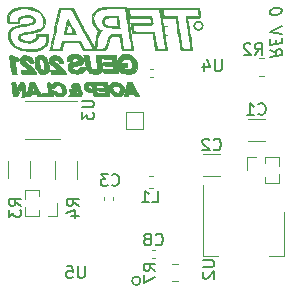
<source format=gbo>
G04 #@! TF.GenerationSoftware,KiCad,Pcbnew,(5.1.9-0-10_14)*
G04 #@! TF.CreationDate,2021-10-22T14:59:34+02:00*
G04 #@! TF.ProjectId,TFRAS_TOP,54465241-535f-4544-9f50-2e6b69636164,rev?*
G04 #@! TF.SameCoordinates,Original*
G04 #@! TF.FileFunction,Legend,Bot*
G04 #@! TF.FilePolarity,Positive*
%FSLAX46Y46*%
G04 Gerber Fmt 4.6, Leading zero omitted, Abs format (unit mm)*
G04 Created by KiCad (PCBNEW (5.1.9-0-10_14)) date 2021-10-22 14:59:34*
%MOMM*%
%LPD*%
G01*
G04 APERTURE LIST*
%ADD10C,0.150000*%
%ADD11C,0.120000*%
%ADD12C,0.010000*%
G04 APERTURE END LIST*
D10*
X42547619Y-23928556D02*
X43023809Y-24202366D01*
X42547619Y-24499985D02*
X43547619Y-24374985D01*
X43547619Y-23994032D01*
X43500000Y-23904747D01*
X43452380Y-23863080D01*
X43357142Y-23827366D01*
X43214285Y-23845223D01*
X43119047Y-23904747D01*
X43071428Y-23958318D01*
X43023809Y-24059508D01*
X43023809Y-24440461D01*
X43071428Y-23434508D02*
X43071428Y-23101175D01*
X42547619Y-23023794D02*
X42547619Y-23499985D01*
X43547619Y-23374985D01*
X43547619Y-22898794D01*
X43547619Y-22613080D02*
X42547619Y-22404747D01*
X43547619Y-21946413D01*
X43547619Y-20660699D02*
X43547619Y-20565461D01*
X43500000Y-20476175D01*
X43452380Y-20434508D01*
X43357142Y-20398794D01*
X43166666Y-20374985D01*
X42928571Y-20404747D01*
X42738095Y-20476175D01*
X42642857Y-20535699D01*
X42595238Y-20589270D01*
X42547619Y-20690461D01*
X42547619Y-20785699D01*
X42595238Y-20874985D01*
X42642857Y-20916651D01*
X42738095Y-20952366D01*
X42928571Y-20976175D01*
X43166666Y-20946413D01*
X43357142Y-20874985D01*
X43452380Y-20815461D01*
X43500000Y-20761889D01*
X43547619Y-20660699D01*
D11*
X34272936Y-43535000D02*
X34727064Y-43535000D01*
X34272936Y-42065000D02*
X34727064Y-42065000D01*
X41585436Y-26135000D02*
X42039564Y-26135000D01*
X41585436Y-24665000D02*
X42039564Y-24665000D01*
D12*
G36*
X25396577Y-21375578D02*
G01*
X25364622Y-21482049D01*
X25324024Y-21640687D01*
X25278936Y-21836099D01*
X25270139Y-21876417D01*
X25224108Y-22087804D01*
X25182504Y-22276078D01*
X25149606Y-22422066D01*
X25129692Y-22506596D01*
X25128452Y-22511417D01*
X25120397Y-22552081D01*
X25130705Y-22579127D01*
X25172981Y-22595332D01*
X25260833Y-22603473D01*
X25407867Y-22606326D01*
X25595229Y-22606667D01*
X25840863Y-22602707D01*
X26002289Y-22590822D01*
X26079595Y-22571004D01*
X26087000Y-22560316D01*
X26067769Y-22507185D01*
X26039400Y-22447917D01*
X25874380Y-22447917D01*
X25836123Y-22463561D01*
X25734545Y-22474900D01*
X25590966Y-22479641D01*
X25579000Y-22479667D01*
X25432929Y-22477242D01*
X25327089Y-22470860D01*
X25282899Y-22461862D01*
X25282667Y-22461127D01*
X25291941Y-22409910D01*
X25318732Y-22283313D01*
X25361495Y-22088451D01*
X25418685Y-21832435D01*
X25434629Y-21761601D01*
X25449919Y-21723312D01*
X25475394Y-21726757D01*
X25518468Y-21780763D01*
X25586557Y-21894159D01*
X25665774Y-22036768D01*
X25752762Y-22198474D01*
X25822032Y-22332510D01*
X25864841Y-22421645D01*
X25874380Y-22447917D01*
X26039400Y-22447917D01*
X26015633Y-22398266D01*
X25938929Y-22248758D01*
X25845994Y-22073857D01*
X25745167Y-21888763D01*
X25644783Y-21708673D01*
X25553181Y-21548784D01*
X25478696Y-21424296D01*
X25429668Y-21350404D01*
X25415737Y-21336667D01*
X25396577Y-21375578D01*
G37*
X25396577Y-21375578D02*
X25364622Y-21482049D01*
X25324024Y-21640687D01*
X25278936Y-21836099D01*
X25270139Y-21876417D01*
X25224108Y-22087804D01*
X25182504Y-22276078D01*
X25149606Y-22422066D01*
X25129692Y-22506596D01*
X25128452Y-22511417D01*
X25120397Y-22552081D01*
X25130705Y-22579127D01*
X25172981Y-22595332D01*
X25260833Y-22603473D01*
X25407867Y-22606326D01*
X25595229Y-22606667D01*
X25840863Y-22602707D01*
X26002289Y-22590822D01*
X26079595Y-22571004D01*
X26087000Y-22560316D01*
X26067769Y-22507185D01*
X26039400Y-22447917D01*
X25874380Y-22447917D01*
X25836123Y-22463561D01*
X25734545Y-22474900D01*
X25590966Y-22479641D01*
X25579000Y-22479667D01*
X25432929Y-22477242D01*
X25327089Y-22470860D01*
X25282899Y-22461862D01*
X25282667Y-22461127D01*
X25291941Y-22409910D01*
X25318732Y-22283313D01*
X25361495Y-22088451D01*
X25418685Y-21832435D01*
X25434629Y-21761601D01*
X25449919Y-21723312D01*
X25475394Y-21726757D01*
X25518468Y-21780763D01*
X25586557Y-21894159D01*
X25665774Y-22036768D01*
X25752762Y-22198474D01*
X25822032Y-22332510D01*
X25864841Y-22421645D01*
X25874380Y-22447917D01*
X26039400Y-22447917D01*
X26015633Y-22398266D01*
X25938929Y-22248758D01*
X25845994Y-22073857D01*
X25745167Y-21888763D01*
X25644783Y-21708673D01*
X25553181Y-21548784D01*
X25478696Y-21424296D01*
X25429668Y-21350404D01*
X25415737Y-21336667D01*
X25396577Y-21375578D01*
G36*
X29217293Y-21041879D02*
G01*
X29035266Y-21047060D01*
X28866233Y-21056867D01*
X28729687Y-21071067D01*
X28660676Y-21084361D01*
X28485044Y-21168811D01*
X28376400Y-21302542D01*
X28339238Y-21479122D01*
X28342699Y-21539468D01*
X28379963Y-21706291D01*
X28455814Y-21833880D01*
X28579357Y-21927105D01*
X28759699Y-21990838D01*
X29005947Y-22029950D01*
X29293750Y-22048208D01*
X29812333Y-22066554D01*
X29811594Y-21966194D01*
X29809526Y-21940970D01*
X29697433Y-21940970D01*
X29255219Y-21921302D01*
X29017646Y-21905854D01*
X28847905Y-21882265D01*
X28729330Y-21847705D01*
X28681277Y-21823821D01*
X28541271Y-21706654D01*
X28471515Y-21570650D01*
X28475329Y-21430655D01*
X28556031Y-21301516D01*
X28563017Y-21294788D01*
X28620679Y-21249018D01*
X28690136Y-21218224D01*
X28790609Y-21198230D01*
X28941319Y-21184862D01*
X29108800Y-21176228D01*
X29311580Y-21167052D01*
X29445758Y-21168422D01*
X29527397Y-21191337D01*
X29572560Y-21246796D01*
X29597311Y-21345799D01*
X29617713Y-21499344D01*
X29621313Y-21527167D01*
X29642685Y-21673551D01*
X29664776Y-21800095D01*
X29673254Y-21839902D01*
X29697433Y-21940970D01*
X29809526Y-21940970D01*
X29804537Y-21880148D01*
X29786323Y-21736241D01*
X29760315Y-21560021D01*
X29748256Y-21484834D01*
X29720608Y-21313385D01*
X29699166Y-21174370D01*
X29687065Y-21088406D01*
X29685495Y-21072084D01*
X29646415Y-21056426D01*
X29542360Y-21046328D01*
X29392822Y-21041557D01*
X29217293Y-21041879D01*
G37*
X29217293Y-21041879D02*
X29035266Y-21047060D01*
X28866233Y-21056867D01*
X28729687Y-21071067D01*
X28660676Y-21084361D01*
X28485044Y-21168811D01*
X28376400Y-21302542D01*
X28339238Y-21479122D01*
X28342699Y-21539468D01*
X28379963Y-21706291D01*
X28455814Y-21833880D01*
X28579357Y-21927105D01*
X28759699Y-21990838D01*
X29005947Y-22029950D01*
X29293750Y-22048208D01*
X29812333Y-22066554D01*
X29811594Y-21966194D01*
X29809526Y-21940970D01*
X29697433Y-21940970D01*
X29255219Y-21921302D01*
X29017646Y-21905854D01*
X28847905Y-21882265D01*
X28729330Y-21847705D01*
X28681277Y-21823821D01*
X28541271Y-21706654D01*
X28471515Y-21570650D01*
X28475329Y-21430655D01*
X28556031Y-21301516D01*
X28563017Y-21294788D01*
X28620679Y-21249018D01*
X28690136Y-21218224D01*
X28790609Y-21198230D01*
X28941319Y-21184862D01*
X29108800Y-21176228D01*
X29311580Y-21167052D01*
X29445758Y-21168422D01*
X29527397Y-21191337D01*
X29572560Y-21246796D01*
X29597311Y-21345799D01*
X29617713Y-21499344D01*
X29621313Y-21527167D01*
X29642685Y-21673551D01*
X29664776Y-21800095D01*
X29673254Y-21839902D01*
X29697433Y-21940970D01*
X29809526Y-21940970D01*
X29804537Y-21880148D01*
X29786323Y-21736241D01*
X29760315Y-21560021D01*
X29748256Y-21484834D01*
X29720608Y-21313385D01*
X29699166Y-21174370D01*
X29687065Y-21088406D01*
X29685495Y-21072084D01*
X29646415Y-21056426D01*
X29542360Y-21046328D01*
X29392822Y-21041557D01*
X29217293Y-21041879D01*
G36*
X29521778Y-20278579D02*
G01*
X29139958Y-20281073D01*
X28830168Y-20289321D01*
X28579879Y-20304831D01*
X28376561Y-20329109D01*
X28207684Y-20363659D01*
X28060720Y-20409990D01*
X27923137Y-20469606D01*
X27920026Y-20471125D01*
X27706718Y-20613122D01*
X27563464Y-20798752D01*
X27486923Y-21033607D01*
X27471291Y-21222479D01*
X27503982Y-21560609D01*
X27608229Y-21854342D01*
X27784821Y-22105767D01*
X27819477Y-22141842D01*
X28015760Y-22338126D01*
X27920307Y-22548484D01*
X27859036Y-22728186D01*
X27813394Y-22948495D01*
X27798363Y-23074338D01*
X27772171Y-23319878D01*
X27740494Y-23508147D01*
X27705257Y-23631517D01*
X27668386Y-23682358D01*
X27646666Y-23675266D01*
X27618039Y-23630077D01*
X27553530Y-23518204D01*
X27457474Y-23347468D01*
X27334204Y-23125692D01*
X27188057Y-22860695D01*
X27023367Y-22560300D01*
X26844469Y-22232327D01*
X26722748Y-22008298D01*
X25841667Y-20384167D01*
X24671128Y-20384167D01*
X24306532Y-22057438D01*
X24226149Y-22425923D01*
X24150478Y-22772000D01*
X24081613Y-23086144D01*
X24021651Y-23358828D01*
X23972689Y-23580527D01*
X23936822Y-23741714D01*
X23916146Y-23832863D01*
X23912995Y-23846022D01*
X23884054Y-23961334D01*
X24928467Y-23961334D01*
X24984643Y-23675584D01*
X25015810Y-23523550D01*
X25043140Y-23401549D01*
X25060439Y-23336917D01*
X25093199Y-23315084D01*
X25178593Y-23299592D01*
X25325356Y-23289746D01*
X25542227Y-23284853D01*
X25726979Y-23284000D01*
X26373899Y-23284000D01*
X26550093Y-23622667D01*
X26726286Y-23961334D01*
X27675667Y-23961334D01*
X27995336Y-23961832D01*
X28241267Y-23960237D01*
X28424351Y-23951914D01*
X28555479Y-23932225D01*
X28645541Y-23896536D01*
X28705428Y-23840210D01*
X28746032Y-23758613D01*
X28778241Y-23647107D01*
X28812948Y-23501058D01*
X28819381Y-23474500D01*
X28891070Y-23206266D01*
X28962477Y-23010844D01*
X29044296Y-22877096D01*
X29147220Y-22793883D01*
X29281943Y-22750064D01*
X29459158Y-22734501D01*
X29530541Y-22733667D01*
X29803287Y-22733667D01*
X29850178Y-22998250D01*
X29880110Y-23175428D01*
X29914522Y-23391390D01*
X29946242Y-23601061D01*
X29947849Y-23612084D01*
X29998628Y-23961334D01*
X30476981Y-23961334D01*
X30686395Y-23959883D01*
X30825054Y-23954192D01*
X30906842Y-23942254D01*
X30945640Y-23922060D01*
X30955333Y-23892156D01*
X30948895Y-23834736D01*
X30941993Y-23785400D01*
X30814914Y-23785400D01*
X30798507Y-23813583D01*
X30743228Y-23828133D01*
X30633298Y-23833549D01*
X30474184Y-23834334D01*
X30118421Y-23834334D01*
X30021975Y-23216749D01*
X29925528Y-22599164D01*
X29505775Y-22613499D01*
X29086021Y-22627834D01*
X28946115Y-22780573D01*
X28870474Y-22877273D01*
X28811387Y-22992383D01*
X28759103Y-23148917D01*
X28712919Y-23330907D01*
X28668134Y-23508470D01*
X28624840Y-23657254D01*
X28589486Y-23756078D01*
X28575798Y-23781417D01*
X28503466Y-23812014D01*
X28348574Y-23829646D01*
X28154661Y-23834334D01*
X27976098Y-23833298D01*
X27867909Y-23827840D01*
X27815803Y-23814430D01*
X27813795Y-23809582D01*
X27526333Y-23809582D01*
X27487294Y-23820915D01*
X27383326Y-23829508D01*
X27234159Y-23833966D01*
X27177083Y-23834292D01*
X26827833Y-23834250D01*
X26462237Y-23157000D01*
X24958419Y-23157000D01*
X24812867Y-23834334D01*
X24431081Y-23834334D01*
X24250160Y-23832803D01*
X24139017Y-23826175D01*
X24082789Y-23811394D01*
X24066613Y-23785402D01*
X24070765Y-23760250D01*
X24085107Y-23700734D01*
X24114417Y-23571349D01*
X24156314Y-23383055D01*
X24208419Y-23146812D01*
X24268352Y-22873582D01*
X24333732Y-22574325D01*
X24402180Y-22260000D01*
X24471315Y-21941569D01*
X24538759Y-21629992D01*
X24602130Y-21336229D01*
X24659050Y-21071242D01*
X24707137Y-20845989D01*
X24744012Y-20671432D01*
X24767296Y-20558531D01*
X24774667Y-20518542D01*
X24814196Y-20507250D01*
X24921585Y-20498067D01*
X25080032Y-20491991D01*
X25256316Y-20490000D01*
X25737965Y-20490000D01*
X26632149Y-22137416D01*
X26818048Y-22480450D01*
X26990869Y-22800399D01*
X27146533Y-23089635D01*
X27280962Y-23340530D01*
X27390077Y-23545456D01*
X27469799Y-23696785D01*
X27516049Y-23786891D01*
X27526333Y-23809582D01*
X27813795Y-23809582D01*
X27805491Y-23789542D01*
X27821394Y-23752046D01*
X27844234Y-23676300D01*
X27870275Y-23538583D01*
X27895666Y-23361295D01*
X27909815Y-23237265D01*
X27947010Y-22951493D01*
X27995495Y-22733465D01*
X28060743Y-22566458D01*
X28148224Y-22433751D01*
X28186893Y-22390442D01*
X28292628Y-22280051D01*
X28169039Y-22228858D01*
X27978081Y-22108223D01*
X27819686Y-21928747D01*
X27699988Y-21709098D01*
X27625123Y-21467941D01*
X27601226Y-21223941D01*
X27634432Y-20995766D01*
X27709807Y-20831692D01*
X27807765Y-20710829D01*
X27931048Y-20613642D01*
X28088652Y-20537966D01*
X28289573Y-20481637D01*
X28542806Y-20442489D01*
X28857348Y-20418360D01*
X29242195Y-20407085D01*
X29480887Y-20405579D01*
X30271273Y-20405333D01*
X30295118Y-20521750D01*
X30307015Y-20589688D01*
X30330211Y-20730962D01*
X30363062Y-20935238D01*
X30403924Y-21192181D01*
X30451152Y-21491457D01*
X30503103Y-21822731D01*
X30552740Y-22141000D01*
X30607401Y-22491186D01*
X30658732Y-22817739D01*
X30705110Y-23110509D01*
X30744911Y-23359343D01*
X30776513Y-23554090D01*
X30798292Y-23684600D01*
X30808231Y-23739084D01*
X30814914Y-23785400D01*
X30941993Y-23785400D01*
X30930637Y-23704241D01*
X30902147Y-23511195D01*
X30865011Y-23266121D01*
X30820819Y-22979543D01*
X30771156Y-22661985D01*
X30741033Y-22471306D01*
X30689667Y-22141949D01*
X30643972Y-21838512D01*
X30605376Y-21571321D01*
X30575309Y-21350705D01*
X30555197Y-21186991D01*
X30546468Y-21090505D01*
X30547191Y-21069400D01*
X30563703Y-21064218D01*
X30570991Y-21114417D01*
X30574333Y-21209667D01*
X31481647Y-21209667D01*
X31783945Y-21209138D01*
X32012475Y-21209834D01*
X32178109Y-21215178D01*
X32291717Y-21228592D01*
X32364171Y-21253499D01*
X32406341Y-21293323D01*
X32429098Y-21351485D01*
X32443313Y-21431410D01*
X32456389Y-21516584D01*
X32483170Y-21675334D01*
X30734488Y-21675334D01*
X30756901Y-21770584D01*
X30774167Y-21857633D01*
X30799134Y-21999851D01*
X30826819Y-22168695D01*
X30830799Y-22193917D01*
X30882283Y-22522000D01*
X31739779Y-22522000D01*
X32049570Y-22523351D01*
X32282942Y-22527736D01*
X32448104Y-22535648D01*
X32553264Y-22547584D01*
X32606632Y-22564038D01*
X32616784Y-22574917D01*
X32629489Y-22633210D01*
X32651865Y-22759696D01*
X32681319Y-22938792D01*
X32715260Y-23154917D01*
X32736504Y-23294584D01*
X32836717Y-23961334D01*
X33335359Y-23961334D01*
X33529521Y-23959840D01*
X33688356Y-23955775D01*
X33795352Y-23949761D01*
X33834000Y-23942517D01*
X33827603Y-23898026D01*
X33809329Y-23778714D01*
X33807421Y-23766421D01*
X33664667Y-23766421D01*
X33651926Y-23800259D01*
X33603294Y-23820853D01*
X33503155Y-23831202D01*
X33335895Y-23834306D01*
X33311034Y-23834334D01*
X32957401Y-23834334D01*
X32884905Y-23379250D01*
X32849423Y-23157587D01*
X32813421Y-22934452D01*
X32782238Y-22742868D01*
X32768525Y-22659584D01*
X32724642Y-22395000D01*
X31865744Y-22395000D01*
X31571892Y-22395937D01*
X31351470Y-22395626D01*
X31193312Y-22389381D01*
X31086252Y-22372517D01*
X31019122Y-22340350D01*
X30980757Y-22288195D01*
X30959989Y-22211366D01*
X30945653Y-22105179D01*
X30932398Y-22003417D01*
X30903387Y-21802333D01*
X31754860Y-21802334D01*
X32051844Y-21803329D01*
X32273974Y-21802676D01*
X32430979Y-21794917D01*
X32532585Y-21774592D01*
X32588522Y-21736242D01*
X32608515Y-21674410D01*
X32602293Y-21583636D01*
X32579584Y-21458461D01*
X32559654Y-21350718D01*
X32512975Y-21082667D01*
X31611684Y-21082667D01*
X31300632Y-21081625D01*
X31064925Y-21078119D01*
X30895265Y-21071576D01*
X30782350Y-21061421D01*
X30716883Y-21047084D01*
X30689561Y-21027990D01*
X30688571Y-21025803D01*
X30671497Y-20954230D01*
X30661069Y-20892167D01*
X30523747Y-20892167D01*
X30519172Y-20964465D01*
X30505919Y-20970830D01*
X30504232Y-20967056D01*
X30495858Y-20883016D01*
X30502664Y-20840056D01*
X30516139Y-20822792D01*
X30523468Y-20879021D01*
X30523747Y-20892167D01*
X30661069Y-20892167D01*
X30650656Y-20830198D01*
X30636831Y-20729470D01*
X30606911Y-20490000D01*
X33149940Y-20490000D01*
X33173785Y-20606417D01*
X33188811Y-20689663D01*
X33214047Y-20840676D01*
X33247710Y-21047983D01*
X33288018Y-21300109D01*
X33333188Y-21585579D01*
X33381438Y-21892920D01*
X33430986Y-22210657D01*
X33480048Y-22527316D01*
X33526843Y-22831423D01*
X33569588Y-23111503D01*
X33606501Y-23356083D01*
X33635799Y-23553687D01*
X33655700Y-23692842D01*
X33664421Y-23762073D01*
X33664667Y-23766421D01*
X33807421Y-23766421D01*
X33780556Y-23593383D01*
X33742659Y-23350834D01*
X33697016Y-23059871D01*
X33645004Y-22729294D01*
X33587999Y-22367906D01*
X33558833Y-22183333D01*
X33499820Y-21809152D01*
X33445141Y-21460660D01*
X33396180Y-21146801D01*
X33354318Y-20876517D01*
X33320939Y-20658753D01*
X33297424Y-20502451D01*
X33285155Y-20416555D01*
X33283667Y-20402983D01*
X33242354Y-20392059D01*
X33122476Y-20382617D01*
X32930125Y-20374827D01*
X32671392Y-20368861D01*
X32352370Y-20364893D01*
X31979149Y-20363092D01*
X31866310Y-20363000D01*
X30448953Y-20363000D01*
X30467433Y-20564084D01*
X30476177Y-20666467D01*
X30475664Y-20694328D01*
X30464005Y-20644679D01*
X30440651Y-20521750D01*
X30395389Y-20278334D01*
X29521778Y-20278579D01*
G37*
X29521778Y-20278579D02*
X29139958Y-20281073D01*
X28830168Y-20289321D01*
X28579879Y-20304831D01*
X28376561Y-20329109D01*
X28207684Y-20363659D01*
X28060720Y-20409990D01*
X27923137Y-20469606D01*
X27920026Y-20471125D01*
X27706718Y-20613122D01*
X27563464Y-20798752D01*
X27486923Y-21033607D01*
X27471291Y-21222479D01*
X27503982Y-21560609D01*
X27608229Y-21854342D01*
X27784821Y-22105767D01*
X27819477Y-22141842D01*
X28015760Y-22338126D01*
X27920307Y-22548484D01*
X27859036Y-22728186D01*
X27813394Y-22948495D01*
X27798363Y-23074338D01*
X27772171Y-23319878D01*
X27740494Y-23508147D01*
X27705257Y-23631517D01*
X27668386Y-23682358D01*
X27646666Y-23675266D01*
X27618039Y-23630077D01*
X27553530Y-23518204D01*
X27457474Y-23347468D01*
X27334204Y-23125692D01*
X27188057Y-22860695D01*
X27023367Y-22560300D01*
X26844469Y-22232327D01*
X26722748Y-22008298D01*
X25841667Y-20384167D01*
X24671128Y-20384167D01*
X24306532Y-22057438D01*
X24226149Y-22425923D01*
X24150478Y-22772000D01*
X24081613Y-23086144D01*
X24021651Y-23358828D01*
X23972689Y-23580527D01*
X23936822Y-23741714D01*
X23916146Y-23832863D01*
X23912995Y-23846022D01*
X23884054Y-23961334D01*
X24928467Y-23961334D01*
X24984643Y-23675584D01*
X25015810Y-23523550D01*
X25043140Y-23401549D01*
X25060439Y-23336917D01*
X25093199Y-23315084D01*
X25178593Y-23299592D01*
X25325356Y-23289746D01*
X25542227Y-23284853D01*
X25726979Y-23284000D01*
X26373899Y-23284000D01*
X26550093Y-23622667D01*
X26726286Y-23961334D01*
X27675667Y-23961334D01*
X27995336Y-23961832D01*
X28241267Y-23960237D01*
X28424351Y-23951914D01*
X28555479Y-23932225D01*
X28645541Y-23896536D01*
X28705428Y-23840210D01*
X28746032Y-23758613D01*
X28778241Y-23647107D01*
X28812948Y-23501058D01*
X28819381Y-23474500D01*
X28891070Y-23206266D01*
X28962477Y-23010844D01*
X29044296Y-22877096D01*
X29147220Y-22793883D01*
X29281943Y-22750064D01*
X29459158Y-22734501D01*
X29530541Y-22733667D01*
X29803287Y-22733667D01*
X29850178Y-22998250D01*
X29880110Y-23175428D01*
X29914522Y-23391390D01*
X29946242Y-23601061D01*
X29947849Y-23612084D01*
X29998628Y-23961334D01*
X30476981Y-23961334D01*
X30686395Y-23959883D01*
X30825054Y-23954192D01*
X30906842Y-23942254D01*
X30945640Y-23922060D01*
X30955333Y-23892156D01*
X30948895Y-23834736D01*
X30941993Y-23785400D01*
X30814914Y-23785400D01*
X30798507Y-23813583D01*
X30743228Y-23828133D01*
X30633298Y-23833549D01*
X30474184Y-23834334D01*
X30118421Y-23834334D01*
X30021975Y-23216749D01*
X29925528Y-22599164D01*
X29505775Y-22613499D01*
X29086021Y-22627834D01*
X28946115Y-22780573D01*
X28870474Y-22877273D01*
X28811387Y-22992383D01*
X28759103Y-23148917D01*
X28712919Y-23330907D01*
X28668134Y-23508470D01*
X28624840Y-23657254D01*
X28589486Y-23756078D01*
X28575798Y-23781417D01*
X28503466Y-23812014D01*
X28348574Y-23829646D01*
X28154661Y-23834334D01*
X27976098Y-23833298D01*
X27867909Y-23827840D01*
X27815803Y-23814430D01*
X27813795Y-23809582D01*
X27526333Y-23809582D01*
X27487294Y-23820915D01*
X27383326Y-23829508D01*
X27234159Y-23833966D01*
X27177083Y-23834292D01*
X26827833Y-23834250D01*
X26462237Y-23157000D01*
X24958419Y-23157000D01*
X24812867Y-23834334D01*
X24431081Y-23834334D01*
X24250160Y-23832803D01*
X24139017Y-23826175D01*
X24082789Y-23811394D01*
X24066613Y-23785402D01*
X24070765Y-23760250D01*
X24085107Y-23700734D01*
X24114417Y-23571349D01*
X24156314Y-23383055D01*
X24208419Y-23146812D01*
X24268352Y-22873582D01*
X24333732Y-22574325D01*
X24402180Y-22260000D01*
X24471315Y-21941569D01*
X24538759Y-21629992D01*
X24602130Y-21336229D01*
X24659050Y-21071242D01*
X24707137Y-20845989D01*
X24744012Y-20671432D01*
X24767296Y-20558531D01*
X24774667Y-20518542D01*
X24814196Y-20507250D01*
X24921585Y-20498067D01*
X25080032Y-20491991D01*
X25256316Y-20490000D01*
X25737965Y-20490000D01*
X26632149Y-22137416D01*
X26818048Y-22480450D01*
X26990869Y-22800399D01*
X27146533Y-23089635D01*
X27280962Y-23340530D01*
X27390077Y-23545456D01*
X27469799Y-23696785D01*
X27516049Y-23786891D01*
X27526333Y-23809582D01*
X27813795Y-23809582D01*
X27805491Y-23789542D01*
X27821394Y-23752046D01*
X27844234Y-23676300D01*
X27870275Y-23538583D01*
X27895666Y-23361295D01*
X27909815Y-23237265D01*
X27947010Y-22951493D01*
X27995495Y-22733465D01*
X28060743Y-22566458D01*
X28148224Y-22433751D01*
X28186893Y-22390442D01*
X28292628Y-22280051D01*
X28169039Y-22228858D01*
X27978081Y-22108223D01*
X27819686Y-21928747D01*
X27699988Y-21709098D01*
X27625123Y-21467941D01*
X27601226Y-21223941D01*
X27634432Y-20995766D01*
X27709807Y-20831692D01*
X27807765Y-20710829D01*
X27931048Y-20613642D01*
X28088652Y-20537966D01*
X28289573Y-20481637D01*
X28542806Y-20442489D01*
X28857348Y-20418360D01*
X29242195Y-20407085D01*
X29480887Y-20405579D01*
X30271273Y-20405333D01*
X30295118Y-20521750D01*
X30307015Y-20589688D01*
X30330211Y-20730962D01*
X30363062Y-20935238D01*
X30403924Y-21192181D01*
X30451152Y-21491457D01*
X30503103Y-21822731D01*
X30552740Y-22141000D01*
X30607401Y-22491186D01*
X30658732Y-22817739D01*
X30705110Y-23110509D01*
X30744911Y-23359343D01*
X30776513Y-23554090D01*
X30798292Y-23684600D01*
X30808231Y-23739084D01*
X30814914Y-23785400D01*
X30941993Y-23785400D01*
X30930637Y-23704241D01*
X30902147Y-23511195D01*
X30865011Y-23266121D01*
X30820819Y-22979543D01*
X30771156Y-22661985D01*
X30741033Y-22471306D01*
X30689667Y-22141949D01*
X30643972Y-21838512D01*
X30605376Y-21571321D01*
X30575309Y-21350705D01*
X30555197Y-21186991D01*
X30546468Y-21090505D01*
X30547191Y-21069400D01*
X30563703Y-21064218D01*
X30570991Y-21114417D01*
X30574333Y-21209667D01*
X31481647Y-21209667D01*
X31783945Y-21209138D01*
X32012475Y-21209834D01*
X32178109Y-21215178D01*
X32291717Y-21228592D01*
X32364171Y-21253499D01*
X32406341Y-21293323D01*
X32429098Y-21351485D01*
X32443313Y-21431410D01*
X32456389Y-21516584D01*
X32483170Y-21675334D01*
X30734488Y-21675334D01*
X30756901Y-21770584D01*
X30774167Y-21857633D01*
X30799134Y-21999851D01*
X30826819Y-22168695D01*
X30830799Y-22193917D01*
X30882283Y-22522000D01*
X31739779Y-22522000D01*
X32049570Y-22523351D01*
X32282942Y-22527736D01*
X32448104Y-22535648D01*
X32553264Y-22547584D01*
X32606632Y-22564038D01*
X32616784Y-22574917D01*
X32629489Y-22633210D01*
X32651865Y-22759696D01*
X32681319Y-22938792D01*
X32715260Y-23154917D01*
X32736504Y-23294584D01*
X32836717Y-23961334D01*
X33335359Y-23961334D01*
X33529521Y-23959840D01*
X33688356Y-23955775D01*
X33795352Y-23949761D01*
X33834000Y-23942517D01*
X33827603Y-23898026D01*
X33809329Y-23778714D01*
X33807421Y-23766421D01*
X33664667Y-23766421D01*
X33651926Y-23800259D01*
X33603294Y-23820853D01*
X33503155Y-23831202D01*
X33335895Y-23834306D01*
X33311034Y-23834334D01*
X32957401Y-23834334D01*
X32884905Y-23379250D01*
X32849423Y-23157587D01*
X32813421Y-22934452D01*
X32782238Y-22742868D01*
X32768525Y-22659584D01*
X32724642Y-22395000D01*
X31865744Y-22395000D01*
X31571892Y-22395937D01*
X31351470Y-22395626D01*
X31193312Y-22389381D01*
X31086252Y-22372517D01*
X31019122Y-22340350D01*
X30980757Y-22288195D01*
X30959989Y-22211366D01*
X30945653Y-22105179D01*
X30932398Y-22003417D01*
X30903387Y-21802333D01*
X31754860Y-21802334D01*
X32051844Y-21803329D01*
X32273974Y-21802676D01*
X32430979Y-21794917D01*
X32532585Y-21774592D01*
X32588522Y-21736242D01*
X32608515Y-21674410D01*
X32602293Y-21583636D01*
X32579584Y-21458461D01*
X32559654Y-21350718D01*
X32512975Y-21082667D01*
X31611684Y-21082667D01*
X31300632Y-21081625D01*
X31064925Y-21078119D01*
X30895265Y-21071576D01*
X30782350Y-21061421D01*
X30716883Y-21047084D01*
X30689561Y-21027990D01*
X30688571Y-21025803D01*
X30671497Y-20954230D01*
X30661069Y-20892167D01*
X30523747Y-20892167D01*
X30519172Y-20964465D01*
X30505919Y-20970830D01*
X30504232Y-20967056D01*
X30495858Y-20883016D01*
X30502664Y-20840056D01*
X30516139Y-20822792D01*
X30523468Y-20879021D01*
X30523747Y-20892167D01*
X30661069Y-20892167D01*
X30650656Y-20830198D01*
X30636831Y-20729470D01*
X30606911Y-20490000D01*
X33149940Y-20490000D01*
X33173785Y-20606417D01*
X33188811Y-20689663D01*
X33214047Y-20840676D01*
X33247710Y-21047983D01*
X33288018Y-21300109D01*
X33333188Y-21585579D01*
X33381438Y-21892920D01*
X33430986Y-22210657D01*
X33480048Y-22527316D01*
X33526843Y-22831423D01*
X33569588Y-23111503D01*
X33606501Y-23356083D01*
X33635799Y-23553687D01*
X33655700Y-23692842D01*
X33664421Y-23762073D01*
X33664667Y-23766421D01*
X33807421Y-23766421D01*
X33780556Y-23593383D01*
X33742659Y-23350834D01*
X33697016Y-23059871D01*
X33645004Y-22729294D01*
X33587999Y-22367906D01*
X33558833Y-22183333D01*
X33499820Y-21809152D01*
X33445141Y-21460660D01*
X33396180Y-21146801D01*
X33354318Y-20876517D01*
X33320939Y-20658753D01*
X33297424Y-20502451D01*
X33285155Y-20416555D01*
X33283667Y-20402983D01*
X33242354Y-20392059D01*
X33122476Y-20382617D01*
X32930125Y-20374827D01*
X32671392Y-20368861D01*
X32352370Y-20364893D01*
X31979149Y-20363092D01*
X31866310Y-20363000D01*
X30448953Y-20363000D01*
X30467433Y-20564084D01*
X30476177Y-20666467D01*
X30475664Y-20694328D01*
X30464005Y-20644679D01*
X30440651Y-20521750D01*
X30395389Y-20278334D01*
X29521778Y-20278579D01*
G36*
X34572062Y-20363807D02*
G01*
X34240852Y-20366106D01*
X33946875Y-20369716D01*
X33699333Y-20374454D01*
X33507425Y-20380139D01*
X33380355Y-20386588D01*
X33327321Y-20393619D01*
X33326320Y-20394750D01*
X33333012Y-20455207D01*
X33349923Y-20573310D01*
X33372999Y-20723250D01*
X33398188Y-20879218D01*
X33421436Y-21015403D01*
X33436012Y-21093250D01*
X33459727Y-21209667D01*
X34006697Y-21209667D01*
X34210743Y-21212434D01*
X34380212Y-21220003D01*
X34499339Y-21231275D01*
X34552360Y-21245152D01*
X34553667Y-21247791D01*
X34559990Y-21295903D01*
X34577658Y-21415146D01*
X34604715Y-21593034D01*
X34639208Y-21817082D01*
X34679182Y-22074805D01*
X34722681Y-22353717D01*
X34767753Y-22641334D01*
X34812443Y-22925170D01*
X34854795Y-23192740D01*
X34892856Y-23431559D01*
X34924672Y-23629141D01*
X34948287Y-23773001D01*
X34956906Y-23823750D01*
X34980837Y-23961334D01*
X35978759Y-23961334D01*
X35899416Y-23463917D01*
X35867126Y-23261171D01*
X35825317Y-22998204D01*
X35777708Y-22698422D01*
X35728015Y-22385229D01*
X35680915Y-22088084D01*
X35541756Y-21209667D01*
X36106045Y-21209667D01*
X36313495Y-21207431D01*
X36486576Y-21201305D01*
X36609779Y-21192163D01*
X36667592Y-21180878D01*
X36670014Y-21177917D01*
X36663321Y-21117460D01*
X36658340Y-21082667D01*
X36509313Y-21082667D01*
X35954823Y-21082667D01*
X35735061Y-21085584D01*
X35560905Y-21093718D01*
X35445120Y-21106142D01*
X35400472Y-21121929D01*
X35400333Y-21122916D01*
X35406688Y-21174096D01*
X35424434Y-21296273D01*
X35451599Y-21476838D01*
X35486208Y-21703182D01*
X35526288Y-21962696D01*
X35569865Y-22242773D01*
X35614964Y-22530802D01*
X35659612Y-22814177D01*
X35701836Y-23080288D01*
X35739660Y-23316526D01*
X35771112Y-23510283D01*
X35794217Y-23648951D01*
X35806585Y-23717917D01*
X35830394Y-23834334D01*
X35471726Y-23834334D01*
X35269876Y-23828991D01*
X35146071Y-23812406D01*
X35094335Y-23783742D01*
X35093315Y-23781417D01*
X35082128Y-23727907D01*
X35059740Y-23601222D01*
X35027880Y-23411862D01*
X34988279Y-23170326D01*
X34942668Y-22887113D01*
X34892777Y-22572721D01*
X34866536Y-22405633D01*
X34659500Y-21082766D01*
X34122249Y-21082716D01*
X33918014Y-21080335D01*
X33746407Y-21073866D01*
X33624088Y-21064261D01*
X33567715Y-21052473D01*
X33566149Y-21050917D01*
X33551803Y-20994936D01*
X33533305Y-20880957D01*
X33517161Y-20754584D01*
X33487020Y-20490000D01*
X34949179Y-20490000D01*
X35292471Y-20490887D01*
X35608180Y-20493407D01*
X35886494Y-20497351D01*
X36117604Y-20502507D01*
X36291701Y-20508666D01*
X36398973Y-20515617D01*
X36430185Y-20521750D01*
X36444531Y-20577731D01*
X36463028Y-20691710D01*
X36479173Y-20818084D01*
X36509313Y-21082667D01*
X36658340Y-21082667D01*
X36646411Y-20999357D01*
X36623335Y-20849417D01*
X36598146Y-20693449D01*
X36574898Y-20557264D01*
X36560322Y-20479417D01*
X36536606Y-20363000D01*
X34931303Y-20363000D01*
X34572062Y-20363807D01*
G37*
X34572062Y-20363807D02*
X34240852Y-20366106D01*
X33946875Y-20369716D01*
X33699333Y-20374454D01*
X33507425Y-20380139D01*
X33380355Y-20386588D01*
X33327321Y-20393619D01*
X33326320Y-20394750D01*
X33333012Y-20455207D01*
X33349923Y-20573310D01*
X33372999Y-20723250D01*
X33398188Y-20879218D01*
X33421436Y-21015403D01*
X33436012Y-21093250D01*
X33459727Y-21209667D01*
X34006697Y-21209667D01*
X34210743Y-21212434D01*
X34380212Y-21220003D01*
X34499339Y-21231275D01*
X34552360Y-21245152D01*
X34553667Y-21247791D01*
X34559990Y-21295903D01*
X34577658Y-21415146D01*
X34604715Y-21593034D01*
X34639208Y-21817082D01*
X34679182Y-22074805D01*
X34722681Y-22353717D01*
X34767753Y-22641334D01*
X34812443Y-22925170D01*
X34854795Y-23192740D01*
X34892856Y-23431559D01*
X34924672Y-23629141D01*
X34948287Y-23773001D01*
X34956906Y-23823750D01*
X34980837Y-23961334D01*
X35978759Y-23961334D01*
X35899416Y-23463917D01*
X35867126Y-23261171D01*
X35825317Y-22998204D01*
X35777708Y-22698422D01*
X35728015Y-22385229D01*
X35680915Y-22088084D01*
X35541756Y-21209667D01*
X36106045Y-21209667D01*
X36313495Y-21207431D01*
X36486576Y-21201305D01*
X36609779Y-21192163D01*
X36667592Y-21180878D01*
X36670014Y-21177917D01*
X36663321Y-21117460D01*
X36658340Y-21082667D01*
X36509313Y-21082667D01*
X35954823Y-21082667D01*
X35735061Y-21085584D01*
X35560905Y-21093718D01*
X35445120Y-21106142D01*
X35400472Y-21121929D01*
X35400333Y-21122916D01*
X35406688Y-21174096D01*
X35424434Y-21296273D01*
X35451599Y-21476838D01*
X35486208Y-21703182D01*
X35526288Y-21962696D01*
X35569865Y-22242773D01*
X35614964Y-22530802D01*
X35659612Y-22814177D01*
X35701836Y-23080288D01*
X35739660Y-23316526D01*
X35771112Y-23510283D01*
X35794217Y-23648951D01*
X35806585Y-23717917D01*
X35830394Y-23834334D01*
X35471726Y-23834334D01*
X35269876Y-23828991D01*
X35146071Y-23812406D01*
X35094335Y-23783742D01*
X35093315Y-23781417D01*
X35082128Y-23727907D01*
X35059740Y-23601222D01*
X35027880Y-23411862D01*
X34988279Y-23170326D01*
X34942668Y-22887113D01*
X34892777Y-22572721D01*
X34866536Y-22405633D01*
X34659500Y-21082766D01*
X34122249Y-21082716D01*
X33918014Y-21080335D01*
X33746407Y-21073866D01*
X33624088Y-21064261D01*
X33567715Y-21052473D01*
X33566149Y-21050917D01*
X33551803Y-20994936D01*
X33533305Y-20880957D01*
X33517161Y-20754584D01*
X33487020Y-20490000D01*
X34949179Y-20490000D01*
X35292471Y-20490887D01*
X35608180Y-20493407D01*
X35886494Y-20497351D01*
X36117604Y-20502507D01*
X36291701Y-20508666D01*
X36398973Y-20515617D01*
X36430185Y-20521750D01*
X36444531Y-20577731D01*
X36463028Y-20691710D01*
X36479173Y-20818084D01*
X36509313Y-21082667D01*
X36658340Y-21082667D01*
X36646411Y-20999357D01*
X36623335Y-20849417D01*
X36598146Y-20693449D01*
X36574898Y-20557264D01*
X36560322Y-20479417D01*
X36536606Y-20363000D01*
X34931303Y-20363000D01*
X34572062Y-20363807D01*
G36*
X21519224Y-20298563D02*
G01*
X21400519Y-20312224D01*
X21039824Y-20386278D01*
X20751467Y-20503071D01*
X20533865Y-20664067D01*
X20385432Y-20870727D01*
X20304585Y-21124514D01*
X20287333Y-21339522D01*
X20288853Y-21478166D01*
X20302583Y-21572198D01*
X20342282Y-21630274D01*
X20421711Y-21661051D01*
X20554626Y-21673188D01*
X20754788Y-21675341D01*
X20821029Y-21675334D01*
X21303333Y-21675334D01*
X21303333Y-21551796D01*
X21319950Y-21396806D01*
X21379044Y-21295049D01*
X21471177Y-21231604D01*
X21651431Y-21165871D01*
X21848404Y-21138461D01*
X22046115Y-21145646D01*
X22228584Y-21183703D01*
X22379829Y-21248904D01*
X22483870Y-21337525D01*
X22524726Y-21445840D01*
X22523020Y-21476819D01*
X22502132Y-21529611D01*
X22449157Y-21575347D01*
X22354104Y-21617323D01*
X22206980Y-21658838D01*
X21997792Y-21703189D01*
X21716549Y-21753676D01*
X21650226Y-21764892D01*
X21312757Y-21827507D01*
X21048202Y-21891335D01*
X20844863Y-21960596D01*
X20691041Y-22039512D01*
X20575037Y-22132304D01*
X20545975Y-22163348D01*
X20436104Y-22332031D01*
X20381900Y-22532944D01*
X20379136Y-22783710D01*
X20384058Y-22838263D01*
X20455297Y-23141886D01*
X20600108Y-23407276D01*
X20814651Y-23630495D01*
X21095087Y-23807602D01*
X21437576Y-23934659D01*
X21457898Y-23940055D01*
X21685862Y-23983541D01*
X21962502Y-24012716D01*
X22253633Y-24025863D01*
X22525071Y-24021265D01*
X22709785Y-24002922D01*
X23029496Y-23923540D01*
X23302465Y-23796945D01*
X23513535Y-23630322D01*
X23527369Y-23615393D01*
X23637696Y-23480882D01*
X23706799Y-23355783D01*
X23743737Y-23212916D01*
X23757568Y-23025102D01*
X23758667Y-22921411D01*
X23758667Y-22733667D01*
X23631667Y-22733667D01*
X23631450Y-22977084D01*
X23595316Y-23238344D01*
X23487077Y-23456937D01*
X23306221Y-23633335D01*
X23052236Y-23768009D01*
X22724610Y-23861432D01*
X22658000Y-23873865D01*
X22456139Y-23893689D01*
X22205415Y-23896295D01*
X21939584Y-23882977D01*
X21692402Y-23855028D01*
X21568575Y-23832109D01*
X21247733Y-23726308D01*
X20975067Y-23568053D01*
X20757838Y-23365790D01*
X20603308Y-23127969D01*
X20518737Y-22863035D01*
X20509242Y-22599640D01*
X20540329Y-22438120D01*
X20610190Y-22312720D01*
X20669733Y-22245389D01*
X20762100Y-22163739D01*
X20873039Y-22096451D01*
X21016042Y-22038952D01*
X21204599Y-21986666D01*
X21452203Y-21935017D01*
X21726667Y-21886954D01*
X22032198Y-21833758D01*
X22263612Y-21785720D01*
X22430880Y-21738113D01*
X22543974Y-21686208D01*
X22612863Y-21625276D01*
X22647518Y-21550588D01*
X22657910Y-21457416D01*
X22658000Y-21445249D01*
X22619447Y-21292445D01*
X22512253Y-21167434D01*
X22349112Y-21074500D01*
X22142722Y-21017928D01*
X21905776Y-21002001D01*
X21650972Y-21031003D01*
X21524264Y-21062671D01*
X21333821Y-21145347D01*
X21219373Y-21259782D01*
X21176806Y-21410328D01*
X21176333Y-21430753D01*
X21176333Y-21548334D01*
X20414333Y-21548334D01*
X20414333Y-21356474D01*
X20441825Y-21138453D01*
X20515626Y-20929319D01*
X20617031Y-20772724D01*
X20782163Y-20643486D01*
X21011560Y-20539809D01*
X21287636Y-20465604D01*
X21592805Y-20424782D01*
X21909481Y-20421256D01*
X22110812Y-20440482D01*
X22491235Y-20524195D01*
X22804331Y-20657926D01*
X23049526Y-20841161D01*
X23226243Y-21073383D01*
X23333908Y-21354078D01*
X23366814Y-21565059D01*
X23375013Y-21715384D01*
X23364336Y-21813904D01*
X23326895Y-21892763D01*
X23267702Y-21968857D01*
X23176981Y-22060177D01*
X23065226Y-22136777D01*
X22920083Y-22203244D01*
X22729198Y-22264169D01*
X22480218Y-22324139D01*
X22160790Y-22387743D01*
X22119251Y-22395448D01*
X21822458Y-22453356D01*
X21599301Y-22506021D01*
X21439358Y-22558339D01*
X21332209Y-22615205D01*
X21267432Y-22681516D01*
X21234607Y-22762168D01*
X21226345Y-22814932D01*
X21244253Y-22985446D01*
X21336118Y-23120432D01*
X21503191Y-23220830D01*
X21746727Y-23287587D01*
X21879546Y-23306671D01*
X22152729Y-23315518D01*
X22397832Y-23281382D01*
X22603301Y-23209433D01*
X22757578Y-23104838D01*
X22849107Y-22972763D01*
X22869667Y-22863923D01*
X22869667Y-22733667D01*
X23631667Y-22733667D01*
X23758667Y-22733667D01*
X23758667Y-22606667D01*
X22742667Y-22606667D01*
X22742667Y-22768621D01*
X22711491Y-22927267D01*
X22614381Y-23044771D01*
X22445969Y-23126045D01*
X22317130Y-23157828D01*
X22086917Y-23181677D01*
X21862805Y-23169148D01*
X21661067Y-23124970D01*
X21497978Y-23053873D01*
X21389809Y-22960586D01*
X21354387Y-22878043D01*
X21359769Y-22800337D01*
X21406927Y-22735622D01*
X21505013Y-22679669D01*
X21663176Y-22628251D01*
X21890569Y-22577137D01*
X22082385Y-22541627D01*
X22387084Y-22486884D01*
X22621750Y-22440891D01*
X22800092Y-22399903D01*
X22935816Y-22360169D01*
X23042628Y-22317943D01*
X23134237Y-22269476D01*
X23178236Y-22241984D01*
X23356136Y-22090855D01*
X23461696Y-21909215D01*
X23503167Y-21681436D01*
X23504509Y-21624005D01*
X23466352Y-21309180D01*
X23355636Y-21029138D01*
X23178639Y-20787793D01*
X22941641Y-20589062D01*
X22650921Y-20436858D01*
X22312759Y-20335097D01*
X21933433Y-20287694D01*
X21519224Y-20298563D01*
G37*
X21519224Y-20298563D02*
X21400519Y-20312224D01*
X21039824Y-20386278D01*
X20751467Y-20503071D01*
X20533865Y-20664067D01*
X20385432Y-20870727D01*
X20304585Y-21124514D01*
X20287333Y-21339522D01*
X20288853Y-21478166D01*
X20302583Y-21572198D01*
X20342282Y-21630274D01*
X20421711Y-21661051D01*
X20554626Y-21673188D01*
X20754788Y-21675341D01*
X20821029Y-21675334D01*
X21303333Y-21675334D01*
X21303333Y-21551796D01*
X21319950Y-21396806D01*
X21379044Y-21295049D01*
X21471177Y-21231604D01*
X21651431Y-21165871D01*
X21848404Y-21138461D01*
X22046115Y-21145646D01*
X22228584Y-21183703D01*
X22379829Y-21248904D01*
X22483870Y-21337525D01*
X22524726Y-21445840D01*
X22523020Y-21476819D01*
X22502132Y-21529611D01*
X22449157Y-21575347D01*
X22354104Y-21617323D01*
X22206980Y-21658838D01*
X21997792Y-21703189D01*
X21716549Y-21753676D01*
X21650226Y-21764892D01*
X21312757Y-21827507D01*
X21048202Y-21891335D01*
X20844863Y-21960596D01*
X20691041Y-22039512D01*
X20575037Y-22132304D01*
X20545975Y-22163348D01*
X20436104Y-22332031D01*
X20381900Y-22532944D01*
X20379136Y-22783710D01*
X20384058Y-22838263D01*
X20455297Y-23141886D01*
X20600108Y-23407276D01*
X20814651Y-23630495D01*
X21095087Y-23807602D01*
X21437576Y-23934659D01*
X21457898Y-23940055D01*
X21685862Y-23983541D01*
X21962502Y-24012716D01*
X22253633Y-24025863D01*
X22525071Y-24021265D01*
X22709785Y-24002922D01*
X23029496Y-23923540D01*
X23302465Y-23796945D01*
X23513535Y-23630322D01*
X23527369Y-23615393D01*
X23637696Y-23480882D01*
X23706799Y-23355783D01*
X23743737Y-23212916D01*
X23757568Y-23025102D01*
X23758667Y-22921411D01*
X23758667Y-22733667D01*
X23631667Y-22733667D01*
X23631450Y-22977084D01*
X23595316Y-23238344D01*
X23487077Y-23456937D01*
X23306221Y-23633335D01*
X23052236Y-23768009D01*
X22724610Y-23861432D01*
X22658000Y-23873865D01*
X22456139Y-23893689D01*
X22205415Y-23896295D01*
X21939584Y-23882977D01*
X21692402Y-23855028D01*
X21568575Y-23832109D01*
X21247733Y-23726308D01*
X20975067Y-23568053D01*
X20757838Y-23365790D01*
X20603308Y-23127969D01*
X20518737Y-22863035D01*
X20509242Y-22599640D01*
X20540329Y-22438120D01*
X20610190Y-22312720D01*
X20669733Y-22245389D01*
X20762100Y-22163739D01*
X20873039Y-22096451D01*
X21016042Y-22038952D01*
X21204599Y-21986666D01*
X21452203Y-21935017D01*
X21726667Y-21886954D01*
X22032198Y-21833758D01*
X22263612Y-21785720D01*
X22430880Y-21738113D01*
X22543974Y-21686208D01*
X22612863Y-21625276D01*
X22647518Y-21550588D01*
X22657910Y-21457416D01*
X22658000Y-21445249D01*
X22619447Y-21292445D01*
X22512253Y-21167434D01*
X22349112Y-21074500D01*
X22142722Y-21017928D01*
X21905776Y-21002001D01*
X21650972Y-21031003D01*
X21524264Y-21062671D01*
X21333821Y-21145347D01*
X21219373Y-21259782D01*
X21176806Y-21410328D01*
X21176333Y-21430753D01*
X21176333Y-21548334D01*
X20414333Y-21548334D01*
X20414333Y-21356474D01*
X20441825Y-21138453D01*
X20515626Y-20929319D01*
X20617031Y-20772724D01*
X20782163Y-20643486D01*
X21011560Y-20539809D01*
X21287636Y-20465604D01*
X21592805Y-20424782D01*
X21909481Y-20421256D01*
X22110812Y-20440482D01*
X22491235Y-20524195D01*
X22804331Y-20657926D01*
X23049526Y-20841161D01*
X23226243Y-21073383D01*
X23333908Y-21354078D01*
X23366814Y-21565059D01*
X23375013Y-21715384D01*
X23364336Y-21813904D01*
X23326895Y-21892763D01*
X23267702Y-21968857D01*
X23176981Y-22060177D01*
X23065226Y-22136777D01*
X22920083Y-22203244D01*
X22729198Y-22264169D01*
X22480218Y-22324139D01*
X22160790Y-22387743D01*
X22119251Y-22395448D01*
X21822458Y-22453356D01*
X21599301Y-22506021D01*
X21439358Y-22558339D01*
X21332209Y-22615205D01*
X21267432Y-22681516D01*
X21234607Y-22762168D01*
X21226345Y-22814932D01*
X21244253Y-22985446D01*
X21336118Y-23120432D01*
X21503191Y-23220830D01*
X21746727Y-23287587D01*
X21879546Y-23306671D01*
X22152729Y-23315518D01*
X22397832Y-23281382D01*
X22603301Y-23209433D01*
X22757578Y-23104838D01*
X22849107Y-22972763D01*
X22869667Y-22863923D01*
X22869667Y-22733667D01*
X23631667Y-22733667D01*
X23758667Y-22733667D01*
X23758667Y-22606667D01*
X22742667Y-22606667D01*
X22742667Y-22768621D01*
X22711491Y-22927267D01*
X22614381Y-23044771D01*
X22445969Y-23126045D01*
X22317130Y-23157828D01*
X22086917Y-23181677D01*
X21862805Y-23169148D01*
X21661067Y-23124970D01*
X21497978Y-23053873D01*
X21389809Y-22960586D01*
X21354387Y-22878043D01*
X21359769Y-22800337D01*
X21406927Y-22735622D01*
X21505013Y-22679669D01*
X21663176Y-22628251D01*
X21890569Y-22577137D01*
X22082385Y-22541627D01*
X22387084Y-22486884D01*
X22621750Y-22440891D01*
X22800092Y-22399903D01*
X22935816Y-22360169D01*
X23042628Y-22317943D01*
X23134237Y-22269476D01*
X23178236Y-22241984D01*
X23356136Y-22090855D01*
X23461696Y-21909215D01*
X23503167Y-21681436D01*
X23504509Y-21624005D01*
X23466352Y-21309180D01*
X23355636Y-21029138D01*
X23178639Y-20787793D01*
X22941641Y-20589062D01*
X22650921Y-20436858D01*
X22312759Y-20335097D01*
X21933433Y-20287694D01*
X21519224Y-20298563D01*
G36*
X22966630Y-24389656D02*
G01*
X22868006Y-24411923D01*
X22788769Y-24462419D01*
X22734204Y-24513617D01*
X22671281Y-24580277D01*
X22634240Y-24640501D01*
X22617723Y-24717599D01*
X22616375Y-24834885D01*
X22623723Y-24994449D01*
X22644323Y-25222062D01*
X22683703Y-25400894D01*
X22749760Y-25566128D01*
X22754028Y-25574915D01*
X22870331Y-25764586D01*
X23007489Y-25882010D01*
X23185363Y-25939602D01*
X23355705Y-25951000D01*
X23503185Y-25945072D01*
X23601006Y-25919195D01*
X23683813Y-25861227D01*
X23725398Y-25821449D01*
X23788648Y-25754691D01*
X23825700Y-25695048D01*
X23841795Y-25619174D01*
X23842176Y-25503726D01*
X23835578Y-25385907D01*
X23448153Y-25385907D01*
X23445835Y-25500722D01*
X23443367Y-25512807D01*
X23389032Y-25590982D01*
X23297307Y-25612149D01*
X23195340Y-25574101D01*
X23152762Y-25536428D01*
X23110222Y-25453962D01*
X23068167Y-25316101D01*
X23032131Y-25151444D01*
X23007647Y-24988591D01*
X23000249Y-24856142D01*
X23009150Y-24794196D01*
X23069373Y-24738099D01*
X23166797Y-24724368D01*
X23265903Y-24752006D01*
X23322379Y-24802987D01*
X23363267Y-24903835D01*
X23401463Y-25055748D01*
X23431560Y-25227011D01*
X23448153Y-25385907D01*
X23835578Y-25385907D01*
X23833103Y-25341731D01*
X23790162Y-25016459D01*
X23704725Y-24759175D01*
X23574211Y-24563201D01*
X23507862Y-24499685D01*
X23412573Y-24431703D01*
X23312828Y-24396919D01*
X23174208Y-24385200D01*
X23117162Y-24384667D01*
X22966630Y-24389656D01*
G37*
X22966630Y-24389656D02*
X22868006Y-24411923D01*
X22788769Y-24462419D01*
X22734204Y-24513617D01*
X22671281Y-24580277D01*
X22634240Y-24640501D01*
X22617723Y-24717599D01*
X22616375Y-24834885D01*
X22623723Y-24994449D01*
X22644323Y-25222062D01*
X22683703Y-25400894D01*
X22749760Y-25566128D01*
X22754028Y-25574915D01*
X22870331Y-25764586D01*
X23007489Y-25882010D01*
X23185363Y-25939602D01*
X23355705Y-25951000D01*
X23503185Y-25945072D01*
X23601006Y-25919195D01*
X23683813Y-25861227D01*
X23725398Y-25821449D01*
X23788648Y-25754691D01*
X23825700Y-25695048D01*
X23841795Y-25619174D01*
X23842176Y-25503726D01*
X23835578Y-25385907D01*
X23448153Y-25385907D01*
X23445835Y-25500722D01*
X23443367Y-25512807D01*
X23389032Y-25590982D01*
X23297307Y-25612149D01*
X23195340Y-25574101D01*
X23152762Y-25536428D01*
X23110222Y-25453962D01*
X23068167Y-25316101D01*
X23032131Y-25151444D01*
X23007647Y-24988591D01*
X23000249Y-24856142D01*
X23009150Y-24794196D01*
X23069373Y-24738099D01*
X23166797Y-24724368D01*
X23265903Y-24752006D01*
X23322379Y-24802987D01*
X23363267Y-24903835D01*
X23401463Y-25055748D01*
X23431560Y-25227011D01*
X23448153Y-25385907D01*
X23835578Y-25385907D01*
X23833103Y-25341731D01*
X23790162Y-25016459D01*
X23704725Y-24759175D01*
X23574211Y-24563201D01*
X23507862Y-24499685D01*
X23412573Y-24431703D01*
X23312828Y-24396919D01*
X23174208Y-24385200D01*
X23117162Y-24384667D01*
X22966630Y-24389656D01*
G36*
X25750769Y-24319255D02*
G01*
X25561122Y-24378450D01*
X25437930Y-24481723D01*
X25376505Y-24632279D01*
X25367333Y-24741717D01*
X25367333Y-24892667D01*
X25579000Y-24892667D01*
X25706143Y-24888109D01*
X25769541Y-24869020D01*
X25789873Y-24827271D01*
X25790667Y-24809490D01*
X25824766Y-24723800D01*
X25872550Y-24682490D01*
X25993610Y-24644649D01*
X26122151Y-24644514D01*
X26236285Y-24675522D01*
X26314125Y-24731110D01*
X26333781Y-24804713D01*
X26329407Y-24819484D01*
X26310614Y-24847958D01*
X26269682Y-24873186D01*
X26193689Y-24898937D01*
X26069711Y-24928980D01*
X25884827Y-24967082D01*
X25701138Y-25002695D01*
X25542216Y-25070215D01*
X25442643Y-25195512D01*
X25409667Y-25362085D01*
X25443354Y-25580603D01*
X25544542Y-25748441D01*
X25713422Y-25865742D01*
X25950183Y-25932650D01*
X26192833Y-25950005D01*
X26447737Y-25933031D01*
X26630610Y-25879866D01*
X26636745Y-25876851D01*
X26791246Y-25757313D01*
X26875810Y-25592701D01*
X26890709Y-25474750D01*
X26885524Y-25405785D01*
X26854521Y-25371387D01*
X26775986Y-25359576D01*
X26679667Y-25358334D01*
X26544864Y-25365645D01*
X26479690Y-25390270D01*
X26468000Y-25419433D01*
X26430831Y-25506708D01*
X26334917Y-25569202D01*
X26203649Y-25602685D01*
X26060416Y-25602926D01*
X25928609Y-25565695D01*
X25869440Y-25527695D01*
X25803981Y-25465585D01*
X25800304Y-25425591D01*
X25844469Y-25384797D01*
X25933364Y-25341248D01*
X26061582Y-25305105D01*
X26098469Y-25298386D01*
X26363429Y-25246686D01*
X26553190Y-25183716D01*
X26677058Y-25103483D01*
X26744337Y-24999992D01*
X26764333Y-24869398D01*
X26728249Y-24660794D01*
X26622366Y-24497155D01*
X26450243Y-24381166D01*
X26215437Y-24315515D01*
X26011557Y-24300930D01*
X25750769Y-24319255D01*
G37*
X25750769Y-24319255D02*
X25561122Y-24378450D01*
X25437930Y-24481723D01*
X25376505Y-24632279D01*
X25367333Y-24741717D01*
X25367333Y-24892667D01*
X25579000Y-24892667D01*
X25706143Y-24888109D01*
X25769541Y-24869020D01*
X25789873Y-24827271D01*
X25790667Y-24809490D01*
X25824766Y-24723800D01*
X25872550Y-24682490D01*
X25993610Y-24644649D01*
X26122151Y-24644514D01*
X26236285Y-24675522D01*
X26314125Y-24731110D01*
X26333781Y-24804713D01*
X26329407Y-24819484D01*
X26310614Y-24847958D01*
X26269682Y-24873186D01*
X26193689Y-24898937D01*
X26069711Y-24928980D01*
X25884827Y-24967082D01*
X25701138Y-25002695D01*
X25542216Y-25070215D01*
X25442643Y-25195512D01*
X25409667Y-25362085D01*
X25443354Y-25580603D01*
X25544542Y-25748441D01*
X25713422Y-25865742D01*
X25950183Y-25932650D01*
X26192833Y-25950005D01*
X26447737Y-25933031D01*
X26630610Y-25879866D01*
X26636745Y-25876851D01*
X26791246Y-25757313D01*
X26875810Y-25592701D01*
X26890709Y-25474750D01*
X26885524Y-25405785D01*
X26854521Y-25371387D01*
X26775986Y-25359576D01*
X26679667Y-25358334D01*
X26544864Y-25365645D01*
X26479690Y-25390270D01*
X26468000Y-25419433D01*
X26430831Y-25506708D01*
X26334917Y-25569202D01*
X26203649Y-25602685D01*
X26060416Y-25602926D01*
X25928609Y-25565695D01*
X25869440Y-25527695D01*
X25803981Y-25465585D01*
X25800304Y-25425591D01*
X25844469Y-25384797D01*
X25933364Y-25341248D01*
X26061582Y-25305105D01*
X26098469Y-25298386D01*
X26363429Y-25246686D01*
X26553190Y-25183716D01*
X26677058Y-25103483D01*
X26744337Y-24999992D01*
X26764333Y-24869398D01*
X26728249Y-24660794D01*
X26622366Y-24497155D01*
X26450243Y-24381166D01*
X26215437Y-24315515D01*
X26011557Y-24300930D01*
X25750769Y-24319255D01*
G36*
X27009661Y-24341915D02*
G01*
X26970718Y-24342334D01*
X26760497Y-24342334D01*
X26784423Y-24479917D01*
X26801093Y-24577503D01*
X26827683Y-24735075D01*
X26860232Y-24929097D01*
X26887881Y-25094628D01*
X26934676Y-25348228D01*
X26982517Y-25533115D01*
X27039201Y-25664972D01*
X27112525Y-25759484D01*
X27210287Y-25832333D01*
X27271266Y-25865789D01*
X27450792Y-25926264D01*
X27664906Y-25952876D01*
X27881982Y-25945564D01*
X28070392Y-25904267D01*
X28149614Y-25867488D01*
X28248552Y-25782490D01*
X28310555Y-25684319D01*
X28314116Y-25672515D01*
X28324948Y-25561291D01*
X28321644Y-25386729D01*
X28305406Y-25168760D01*
X28277433Y-24927311D01*
X28263310Y-24829167D01*
X28237513Y-24659834D01*
X28681839Y-24673053D01*
X29126164Y-24686273D01*
X29144417Y-24810637D01*
X29162670Y-24935000D01*
X28767835Y-24935000D01*
X28583551Y-24935848D01*
X28467933Y-24941156D01*
X28404978Y-24955074D01*
X28378686Y-24981751D01*
X28373055Y-25025335D01*
X28373000Y-25037371D01*
X28377886Y-25142233D01*
X28402496Y-25210416D01*
X28461761Y-25249778D01*
X28570608Y-25268173D01*
X28743969Y-25273460D01*
X28822029Y-25273667D01*
X29023361Y-25277224D01*
X29149825Y-25288740D01*
X29210959Y-25309483D01*
X29220245Y-25326584D01*
X29231169Y-25408253D01*
X29246349Y-25474750D01*
X29254818Y-25517552D01*
X29243029Y-25545118D01*
X29196623Y-25560798D01*
X29101242Y-25567946D01*
X28942526Y-25569912D01*
X28838313Y-25570000D01*
X28404750Y-25570000D01*
X28431208Y-25702292D01*
X28449814Y-25806087D01*
X28457666Y-25871277D01*
X28457667Y-25871625D01*
X28497558Y-25884516D01*
X28607477Y-25895455D01*
X28772791Y-25903590D01*
X28978870Y-25908067D01*
X29092667Y-25908667D01*
X29337691Y-25907883D01*
X29510391Y-25904566D01*
X29623102Y-25897270D01*
X29688158Y-25884549D01*
X29717894Y-25864958D01*
X29724646Y-25837049D01*
X29724570Y-25834584D01*
X29716949Y-25769400D01*
X29697844Y-25636363D01*
X29669627Y-25451146D01*
X29634670Y-25229421D01*
X29607642Y-25062000D01*
X29514508Y-24490500D01*
X28237747Y-24490500D01*
X28233172Y-24562798D01*
X28219919Y-24569163D01*
X28218232Y-24565389D01*
X28209858Y-24481350D01*
X28216664Y-24438389D01*
X28230139Y-24421126D01*
X28237468Y-24477354D01*
X28237747Y-24490500D01*
X29514508Y-24490500D01*
X29493811Y-24363500D01*
X28637072Y-24352040D01*
X28346817Y-24348621D01*
X28130456Y-24347744D01*
X27977235Y-24350207D01*
X27876400Y-24356807D01*
X27817196Y-24368341D01*
X27788870Y-24385607D01*
X27780667Y-24409401D01*
X27780495Y-24415540D01*
X27787194Y-24489343D01*
X27804966Y-24622935D01*
X27830555Y-24792661D01*
X27843256Y-24871500D01*
X27881819Y-25120569D01*
X27902242Y-25299692D01*
X27903752Y-25421790D01*
X27885577Y-25499783D01*
X27846945Y-25546592D01*
X27801518Y-25569993D01*
X27668031Y-25592573D01*
X27531974Y-25573215D01*
X27427268Y-25519165D01*
X27398575Y-25483917D01*
X27375057Y-25411294D01*
X27344531Y-25277145D01*
X27311772Y-25103787D01*
X27293322Y-24992092D01*
X27255220Y-24745839D01*
X27226294Y-24570817D01*
X27200556Y-24454963D01*
X27172013Y-24386210D01*
X27134677Y-24352495D01*
X27082556Y-24341751D01*
X27009661Y-24341915D01*
G37*
X27009661Y-24341915D02*
X26970718Y-24342334D01*
X26760497Y-24342334D01*
X26784423Y-24479917D01*
X26801093Y-24577503D01*
X26827683Y-24735075D01*
X26860232Y-24929097D01*
X26887881Y-25094628D01*
X26934676Y-25348228D01*
X26982517Y-25533115D01*
X27039201Y-25664972D01*
X27112525Y-25759484D01*
X27210287Y-25832333D01*
X27271266Y-25865789D01*
X27450792Y-25926264D01*
X27664906Y-25952876D01*
X27881982Y-25945564D01*
X28070392Y-25904267D01*
X28149614Y-25867488D01*
X28248552Y-25782490D01*
X28310555Y-25684319D01*
X28314116Y-25672515D01*
X28324948Y-25561291D01*
X28321644Y-25386729D01*
X28305406Y-25168760D01*
X28277433Y-24927311D01*
X28263310Y-24829167D01*
X28237513Y-24659834D01*
X28681839Y-24673053D01*
X29126164Y-24686273D01*
X29144417Y-24810637D01*
X29162670Y-24935000D01*
X28767835Y-24935000D01*
X28583551Y-24935848D01*
X28467933Y-24941156D01*
X28404978Y-24955074D01*
X28378686Y-24981751D01*
X28373055Y-25025335D01*
X28373000Y-25037371D01*
X28377886Y-25142233D01*
X28402496Y-25210416D01*
X28461761Y-25249778D01*
X28570608Y-25268173D01*
X28743969Y-25273460D01*
X28822029Y-25273667D01*
X29023361Y-25277224D01*
X29149825Y-25288740D01*
X29210959Y-25309483D01*
X29220245Y-25326584D01*
X29231169Y-25408253D01*
X29246349Y-25474750D01*
X29254818Y-25517552D01*
X29243029Y-25545118D01*
X29196623Y-25560798D01*
X29101242Y-25567946D01*
X28942526Y-25569912D01*
X28838313Y-25570000D01*
X28404750Y-25570000D01*
X28431208Y-25702292D01*
X28449814Y-25806087D01*
X28457666Y-25871277D01*
X28457667Y-25871625D01*
X28497558Y-25884516D01*
X28607477Y-25895455D01*
X28772791Y-25903590D01*
X28978870Y-25908067D01*
X29092667Y-25908667D01*
X29337691Y-25907883D01*
X29510391Y-25904566D01*
X29623102Y-25897270D01*
X29688158Y-25884549D01*
X29717894Y-25864958D01*
X29724646Y-25837049D01*
X29724570Y-25834584D01*
X29716949Y-25769400D01*
X29697844Y-25636363D01*
X29669627Y-25451146D01*
X29634670Y-25229421D01*
X29607642Y-25062000D01*
X29514508Y-24490500D01*
X28237747Y-24490500D01*
X28233172Y-24562798D01*
X28219919Y-24569163D01*
X28218232Y-24565389D01*
X28209858Y-24481350D01*
X28216664Y-24438389D01*
X28230139Y-24421126D01*
X28237468Y-24477354D01*
X28237747Y-24490500D01*
X29514508Y-24490500D01*
X29493811Y-24363500D01*
X28637072Y-24352040D01*
X28346817Y-24348621D01*
X28130456Y-24347744D01*
X27977235Y-24350207D01*
X27876400Y-24356807D01*
X27817196Y-24368341D01*
X27788870Y-24385607D01*
X27780667Y-24409401D01*
X27780495Y-24415540D01*
X27787194Y-24489343D01*
X27804966Y-24622935D01*
X27830555Y-24792661D01*
X27843256Y-24871500D01*
X27881819Y-25120569D01*
X27902242Y-25299692D01*
X27903752Y-25421790D01*
X27885577Y-25499783D01*
X27846945Y-25546592D01*
X27801518Y-25569993D01*
X27668031Y-25592573D01*
X27531974Y-25573215D01*
X27427268Y-25519165D01*
X27398575Y-25483917D01*
X27375057Y-25411294D01*
X27344531Y-25277145D01*
X27311772Y-25103787D01*
X27293322Y-24992092D01*
X27255220Y-24745839D01*
X27226294Y-24570817D01*
X27200556Y-24454963D01*
X27172013Y-24386210D01*
X27134677Y-24352495D01*
X27082556Y-24341751D01*
X27009661Y-24341915D01*
G36*
X30120969Y-24310869D02*
G01*
X29956564Y-24348538D01*
X29828388Y-24420599D01*
X29747212Y-24496251D01*
X29662005Y-24636794D01*
X29643000Y-24771848D01*
X29643000Y-24935000D01*
X29834408Y-24935000D01*
X29959617Y-24927586D01*
X30029654Y-24896995D01*
X30073076Y-24831274D01*
X30162559Y-24726215D01*
X30297122Y-24671397D01*
X30454158Y-24666197D01*
X30611065Y-24709989D01*
X30745238Y-24802150D01*
X30786467Y-24850990D01*
X30879230Y-25033650D01*
X30905224Y-25213901D01*
X30866967Y-25375163D01*
X30766976Y-25500854D01*
X30680080Y-25551598D01*
X30484881Y-25590885D01*
X30288594Y-25545708D01*
X30203917Y-25500488D01*
X30123269Y-25434276D01*
X30124472Y-25388179D01*
X30206933Y-25363038D01*
X30304104Y-25358334D01*
X30422118Y-25354908D01*
X30474804Y-25337428D01*
X30481440Y-25295086D01*
X30474016Y-25263084D01*
X30452828Y-25153110D01*
X30447912Y-25093750D01*
X30438523Y-25059069D01*
X30400777Y-25037156D01*
X30319316Y-25025188D01*
X30178784Y-25020339D01*
X30045167Y-25019667D01*
X29872347Y-25020974D01*
X29736729Y-25024489D01*
X29656700Y-25029598D01*
X29643000Y-25033059D01*
X29654066Y-25125307D01*
X29682111Y-25265715D01*
X29719404Y-25422073D01*
X29758217Y-25562172D01*
X29790819Y-25653800D01*
X29793042Y-25658293D01*
X29892824Y-25768189D01*
X30054259Y-25855917D01*
X30256467Y-25918195D01*
X30478567Y-25951743D01*
X30699679Y-25953279D01*
X30898923Y-25919523D01*
X31044323Y-25854906D01*
X31210772Y-25697035D01*
X31306231Y-25495244D01*
X31329754Y-25253176D01*
X31280396Y-24974476D01*
X31276402Y-24960986D01*
X31160543Y-24699714D01*
X30990283Y-24503160D01*
X30766720Y-24372105D01*
X30490956Y-24307328D01*
X30344717Y-24300000D01*
X30120969Y-24310869D01*
G37*
X30120969Y-24310869D02*
X29956564Y-24348538D01*
X29828388Y-24420599D01*
X29747212Y-24496251D01*
X29662005Y-24636794D01*
X29643000Y-24771848D01*
X29643000Y-24935000D01*
X29834408Y-24935000D01*
X29959617Y-24927586D01*
X30029654Y-24896995D01*
X30073076Y-24831274D01*
X30162559Y-24726215D01*
X30297122Y-24671397D01*
X30454158Y-24666197D01*
X30611065Y-24709989D01*
X30745238Y-24802150D01*
X30786467Y-24850990D01*
X30879230Y-25033650D01*
X30905224Y-25213901D01*
X30866967Y-25375163D01*
X30766976Y-25500854D01*
X30680080Y-25551598D01*
X30484881Y-25590885D01*
X30288594Y-25545708D01*
X30203917Y-25500488D01*
X30123269Y-25434276D01*
X30124472Y-25388179D01*
X30206933Y-25363038D01*
X30304104Y-25358334D01*
X30422118Y-25354908D01*
X30474804Y-25337428D01*
X30481440Y-25295086D01*
X30474016Y-25263084D01*
X30452828Y-25153110D01*
X30447912Y-25093750D01*
X30438523Y-25059069D01*
X30400777Y-25037156D01*
X30319316Y-25025188D01*
X30178784Y-25020339D01*
X30045167Y-25019667D01*
X29872347Y-25020974D01*
X29736729Y-25024489D01*
X29656700Y-25029598D01*
X29643000Y-25033059D01*
X29654066Y-25125307D01*
X29682111Y-25265715D01*
X29719404Y-25422073D01*
X29758217Y-25562172D01*
X29790819Y-25653800D01*
X29793042Y-25658293D01*
X29892824Y-25768189D01*
X30054259Y-25855917D01*
X30256467Y-25918195D01*
X30478567Y-25951743D01*
X30699679Y-25953279D01*
X30898923Y-25919523D01*
X31044323Y-25854906D01*
X31210772Y-25697035D01*
X31306231Y-25495244D01*
X31329754Y-25253176D01*
X31280396Y-24974476D01*
X31276402Y-24960986D01*
X31160543Y-24699714D01*
X30990283Y-24503160D01*
X30766720Y-24372105D01*
X30490956Y-24307328D01*
X30344717Y-24300000D01*
X30120969Y-24310869D01*
G36*
X20473119Y-24415314D02*
G01*
X20458867Y-24458750D01*
X20466133Y-24523596D01*
X20484878Y-24656596D01*
X20512800Y-24842366D01*
X20547601Y-25065523D01*
X20577532Y-25252500D01*
X20693998Y-25972167D01*
X20892832Y-25985070D01*
X21009149Y-25988063D01*
X21080741Y-25981131D01*
X21091667Y-25974031D01*
X21085305Y-25920744D01*
X21068455Y-25805146D01*
X21044467Y-25648452D01*
X21016695Y-25471878D01*
X20988490Y-25296639D01*
X20963203Y-25143952D01*
X20944188Y-25035033D01*
X20939213Y-25009084D01*
X20929710Y-24938048D01*
X20952657Y-24904052D01*
X21027994Y-24893460D01*
X21109470Y-24892667D01*
X21241901Y-24875311D01*
X21299687Y-24826833D01*
X21284574Y-24752620D01*
X21198308Y-24658058D01*
X21042635Y-24548533D01*
X20987439Y-24516252D01*
X20818586Y-24436348D01*
X20666169Y-24391757D01*
X20545807Y-24384180D01*
X20473119Y-24415314D01*
G37*
X20473119Y-24415314D02*
X20458867Y-24458750D01*
X20466133Y-24523596D01*
X20484878Y-24656596D01*
X20512800Y-24842366D01*
X20547601Y-25065523D01*
X20577532Y-25252500D01*
X20693998Y-25972167D01*
X20892832Y-25985070D01*
X21009149Y-25988063D01*
X21080741Y-25981131D01*
X21091667Y-25974031D01*
X21085305Y-25920744D01*
X21068455Y-25805146D01*
X21044467Y-25648452D01*
X21016695Y-25471878D01*
X20988490Y-25296639D01*
X20963203Y-25143952D01*
X20944188Y-25035033D01*
X20939213Y-25009084D01*
X20929710Y-24938048D01*
X20952657Y-24904052D01*
X21027994Y-24893460D01*
X21109470Y-24892667D01*
X21241901Y-24875311D01*
X21299687Y-24826833D01*
X21284574Y-24752620D01*
X21198308Y-24658058D01*
X21042635Y-24548533D01*
X20987439Y-24516252D01*
X20818586Y-24436348D01*
X20666169Y-24391757D01*
X20545807Y-24384180D01*
X20473119Y-24415314D01*
G36*
X21693615Y-24390001D02*
G01*
X21594935Y-24413162D01*
X21515596Y-24464886D01*
X21469410Y-24508410D01*
X21379480Y-24624835D01*
X21347135Y-24755121D01*
X21345667Y-24803271D01*
X21370785Y-24946025D01*
X21450936Y-25090916D01*
X21593315Y-25247136D01*
X21805117Y-25423875D01*
X21868907Y-25471716D01*
X22116981Y-25654667D01*
X21462083Y-25654667D01*
X21488542Y-25786959D01*
X21507147Y-25890754D01*
X21514999Y-25955944D01*
X21515000Y-25956292D01*
X21554849Y-25969388D01*
X21664476Y-25980451D01*
X21828997Y-25988582D01*
X22033532Y-25992885D01*
X22128833Y-25993334D01*
X22396368Y-25990348D01*
X22590300Y-25981568D01*
X22706900Y-25967263D01*
X22742667Y-25949314D01*
X22708499Y-25826333D01*
X22613435Y-25671604D01*
X22468638Y-25497832D01*
X22285269Y-25317721D01*
X22074490Y-25143979D01*
X21967688Y-25067144D01*
X21837409Y-24960477D01*
X21781572Y-24872938D01*
X21801177Y-24809386D01*
X21897223Y-24774681D01*
X21907282Y-24773406D01*
X22000143Y-24781143D01*
X22069004Y-24843856D01*
X22097420Y-24889555D01*
X22152265Y-24969136D01*
X22218138Y-25007315D01*
X22326694Y-25018895D01*
X22375103Y-25019399D01*
X22496377Y-25016534D01*
X22551784Y-25000750D01*
X22560077Y-24961896D01*
X22550578Y-24924417D01*
X22444206Y-24686329D01*
X22288163Y-24516688D01*
X22083107Y-24415998D01*
X21844150Y-24384667D01*
X21693615Y-24390001D01*
G37*
X21693615Y-24390001D02*
X21594935Y-24413162D01*
X21515596Y-24464886D01*
X21469410Y-24508410D01*
X21379480Y-24624835D01*
X21347135Y-24755121D01*
X21345667Y-24803271D01*
X21370785Y-24946025D01*
X21450936Y-25090916D01*
X21593315Y-25247136D01*
X21805117Y-25423875D01*
X21868907Y-25471716D01*
X22116981Y-25654667D01*
X21462083Y-25654667D01*
X21488542Y-25786959D01*
X21507147Y-25890754D01*
X21514999Y-25955944D01*
X21515000Y-25956292D01*
X21554849Y-25969388D01*
X21664476Y-25980451D01*
X21828997Y-25988582D01*
X22033532Y-25992885D01*
X22128833Y-25993334D01*
X22396368Y-25990348D01*
X22590300Y-25981568D01*
X22706900Y-25967263D01*
X22742667Y-25949314D01*
X22708499Y-25826333D01*
X22613435Y-25671604D01*
X22468638Y-25497832D01*
X22285269Y-25317721D01*
X22074490Y-25143979D01*
X21967688Y-25067144D01*
X21837409Y-24960477D01*
X21781572Y-24872938D01*
X21801177Y-24809386D01*
X21897223Y-24774681D01*
X21907282Y-24773406D01*
X22000143Y-24781143D01*
X22069004Y-24843856D01*
X22097420Y-24889555D01*
X22152265Y-24969136D01*
X22218138Y-25007315D01*
X22326694Y-25018895D01*
X22375103Y-25019399D01*
X22496377Y-25016534D01*
X22551784Y-25000750D01*
X22560077Y-24961896D01*
X22550578Y-24924417D01*
X22444206Y-24686329D01*
X22288163Y-24516688D01*
X22083107Y-24415998D01*
X21844150Y-24384667D01*
X21693615Y-24390001D01*
G36*
X24191282Y-24390001D02*
G01*
X24092602Y-24413162D01*
X24013263Y-24464886D01*
X23967077Y-24508410D01*
X23877147Y-24624835D01*
X23844802Y-24755121D01*
X23843333Y-24803271D01*
X23868452Y-24946025D01*
X23948603Y-25090916D01*
X24090982Y-25247136D01*
X24302784Y-25423875D01*
X24366574Y-25471716D01*
X24614648Y-25654667D01*
X23959750Y-25654667D01*
X23986208Y-25786959D01*
X24004814Y-25890754D01*
X24012666Y-25955944D01*
X24012667Y-25956292D01*
X24052516Y-25969388D01*
X24162142Y-25980451D01*
X24326664Y-25988582D01*
X24531199Y-25992885D01*
X24626500Y-25993334D01*
X24894034Y-25990348D01*
X25087967Y-25981568D01*
X25204567Y-25967263D01*
X25240333Y-25949314D01*
X25206165Y-25826333D01*
X25111102Y-25671604D01*
X24966304Y-25497832D01*
X24782936Y-25317721D01*
X24572157Y-25143979D01*
X24465355Y-25067144D01*
X24335075Y-24960477D01*
X24279238Y-24872938D01*
X24298843Y-24809386D01*
X24394889Y-24774681D01*
X24404949Y-24773406D01*
X24497810Y-24781143D01*
X24566671Y-24843856D01*
X24595087Y-24889555D01*
X24649932Y-24969136D01*
X24715805Y-25007315D01*
X24824361Y-25018895D01*
X24872770Y-25019399D01*
X24994044Y-25016534D01*
X25049450Y-25000750D01*
X25057744Y-24961896D01*
X25048245Y-24924417D01*
X24941873Y-24686329D01*
X24785829Y-24516688D01*
X24580774Y-24415998D01*
X24341817Y-24384667D01*
X24191282Y-24390001D01*
G37*
X24191282Y-24390001D02*
X24092602Y-24413162D01*
X24013263Y-24464886D01*
X23967077Y-24508410D01*
X23877147Y-24624835D01*
X23844802Y-24755121D01*
X23843333Y-24803271D01*
X23868452Y-24946025D01*
X23948603Y-25090916D01*
X24090982Y-25247136D01*
X24302784Y-25423875D01*
X24366574Y-25471716D01*
X24614648Y-25654667D01*
X23959750Y-25654667D01*
X23986208Y-25786959D01*
X24004814Y-25890754D01*
X24012666Y-25955944D01*
X24012667Y-25956292D01*
X24052516Y-25969388D01*
X24162142Y-25980451D01*
X24326664Y-25988582D01*
X24531199Y-25992885D01*
X24626500Y-25993334D01*
X24894034Y-25990348D01*
X25087967Y-25981568D01*
X25204567Y-25967263D01*
X25240333Y-25949314D01*
X25206165Y-25826333D01*
X25111102Y-25671604D01*
X24966304Y-25497832D01*
X24782936Y-25317721D01*
X24572157Y-25143979D01*
X24465355Y-25067144D01*
X24335075Y-24960477D01*
X24279238Y-24872938D01*
X24298843Y-24809386D01*
X24394889Y-24774681D01*
X24404949Y-24773406D01*
X24497810Y-24781143D01*
X24566671Y-24843856D01*
X24595087Y-24889555D01*
X24649932Y-24969136D01*
X24715805Y-25007315D01*
X24824361Y-25018895D01*
X24872770Y-25019399D01*
X24994044Y-25016534D01*
X25049450Y-25000750D01*
X25057744Y-24961896D01*
X25048245Y-24924417D01*
X24941873Y-24686329D01*
X24785829Y-24516688D01*
X24580774Y-24415998D01*
X24341817Y-24384667D01*
X24191282Y-24390001D01*
G36*
X20672793Y-26680136D02*
G01*
X20634604Y-26710120D01*
X20637008Y-26723584D01*
X20650348Y-26783700D01*
X20672392Y-26909964D01*
X20700221Y-27084657D01*
X20730914Y-27290062D01*
X20734986Y-27318255D01*
X20812897Y-27860010D01*
X20979659Y-27847422D01*
X21063536Y-27837002D01*
X21125652Y-27810514D01*
X21182312Y-27752427D01*
X21249820Y-27647209D01*
X21320127Y-27523090D01*
X21493833Y-27211347D01*
X21544093Y-27523090D01*
X21568591Y-27674309D01*
X21587271Y-27788240D01*
X21596615Y-27843456D01*
X21597010Y-27845417D01*
X21636189Y-27852429D01*
X21729007Y-27855915D01*
X21747833Y-27856000D01*
X21849240Y-27847045D01*
X21890428Y-27810696D01*
X21896000Y-27765994D01*
X21889408Y-27690406D01*
X21871882Y-27553721D01*
X21846798Y-27378289D01*
X21817531Y-27186461D01*
X21787458Y-27000589D01*
X21759953Y-26843023D01*
X21744957Y-26765917D01*
X21715770Y-26701480D01*
X21647346Y-26674617D01*
X21565435Y-26670667D01*
X21483668Y-26674614D01*
X21424246Y-26696726D01*
X21370551Y-26752409D01*
X21305963Y-26857069D01*
X21245761Y-26967000D01*
X21169420Y-27105249D01*
X21108910Y-27209071D01*
X21074708Y-27260666D01*
X21071344Y-27263334D01*
X21057841Y-27225023D01*
X21035700Y-27124112D01*
X21009485Y-26981629D01*
X21007000Y-26967000D01*
X20957017Y-26670667D01*
X20786979Y-26670667D01*
X20672793Y-26680136D01*
G37*
X20672793Y-26680136D02*
X20634604Y-26710120D01*
X20637008Y-26723584D01*
X20650348Y-26783700D01*
X20672392Y-26909964D01*
X20700221Y-27084657D01*
X20730914Y-27290062D01*
X20734986Y-27318255D01*
X20812897Y-27860010D01*
X20979659Y-27847422D01*
X21063536Y-27837002D01*
X21125652Y-27810514D01*
X21182312Y-27752427D01*
X21249820Y-27647209D01*
X21320127Y-27523090D01*
X21493833Y-27211347D01*
X21544093Y-27523090D01*
X21568591Y-27674309D01*
X21587271Y-27788240D01*
X21596615Y-27843456D01*
X21597010Y-27845417D01*
X21636189Y-27852429D01*
X21729007Y-27855915D01*
X21747833Y-27856000D01*
X21849240Y-27847045D01*
X21890428Y-27810696D01*
X21896000Y-27765994D01*
X21889408Y-27690406D01*
X21871882Y-27553721D01*
X21846798Y-27378289D01*
X21817531Y-27186461D01*
X21787458Y-27000589D01*
X21759953Y-26843023D01*
X21744957Y-26765917D01*
X21715770Y-26701480D01*
X21647346Y-26674617D01*
X21565435Y-26670667D01*
X21483668Y-26674614D01*
X21424246Y-26696726D01*
X21370551Y-26752409D01*
X21305963Y-26857069D01*
X21245761Y-26967000D01*
X21169420Y-27105249D01*
X21108910Y-27209071D01*
X21074708Y-27260666D01*
X21071344Y-27263334D01*
X21057841Y-27225023D01*
X21035700Y-27124112D01*
X21009485Y-26981629D01*
X21007000Y-26967000D01*
X20957017Y-26670667D01*
X20786979Y-26670667D01*
X20672793Y-26680136D01*
G36*
X23740406Y-26676218D02*
G01*
X23693841Y-26702527D01*
X23674678Y-26764075D01*
X23679651Y-26875343D01*
X23705498Y-27050812D01*
X23716807Y-27117975D01*
X23743732Y-27276174D01*
X23767744Y-27417591D01*
X23779249Y-27485584D01*
X23798883Y-27602000D01*
X23486405Y-27602000D01*
X23326890Y-27603355D01*
X23235406Y-27611056D01*
X23195320Y-27630557D01*
X23190000Y-27667312D01*
X23195959Y-27697250D01*
X23208839Y-27763206D01*
X23191759Y-27755163D01*
X23156362Y-27707834D01*
X23113445Y-27638697D01*
X23041472Y-27512072D01*
X22974768Y-27390334D01*
X22614297Y-27390334D01*
X22509149Y-27390334D01*
X22425657Y-27369206D01*
X22406976Y-27316250D01*
X22425279Y-27211561D01*
X22440207Y-27165439D01*
X22464980Y-27127713D01*
X22495905Y-27151507D01*
X22542380Y-27239522D01*
X22614297Y-27390334D01*
X22974768Y-27390334D01*
X22950294Y-27345670D01*
X22849762Y-27157198D01*
X22844617Y-27147419D01*
X22594500Y-26671671D01*
X22393417Y-26671169D01*
X22276148Y-26674235D01*
X22203684Y-26682599D01*
X22192333Y-26688447D01*
X22183782Y-26737715D01*
X22160927Y-26850233D01*
X22127972Y-27006631D01*
X22089117Y-27187540D01*
X22048563Y-27373589D01*
X22010514Y-27545408D01*
X21979169Y-27683628D01*
X21958731Y-27768879D01*
X21955148Y-27781917D01*
X21953993Y-27829640D01*
X22001662Y-27851260D01*
X22104008Y-27856000D01*
X22217813Y-27848375D01*
X22275172Y-27815665D01*
X22301950Y-27750167D01*
X22326025Y-27687881D01*
X22373519Y-27656343D01*
X22468368Y-27645336D01*
X22549961Y-27644334D01*
X22684092Y-27649314D01*
X22760188Y-27671160D01*
X22804633Y-27720223D01*
X22819631Y-27750167D01*
X22867852Y-27856000D01*
X24139667Y-27856000D01*
X24139667Y-27602000D01*
X24226024Y-27688357D01*
X24331371Y-27769616D01*
X24419280Y-27815357D01*
X24563366Y-27846077D01*
X24743287Y-27852665D01*
X24921862Y-27836532D01*
X25061910Y-27799091D01*
X25080048Y-27790258D01*
X25192693Y-27684264D01*
X25256678Y-27527462D01*
X25269938Y-27342707D01*
X24946995Y-27342707D01*
X24912996Y-27459358D01*
X24839095Y-27546713D01*
X24736925Y-27590955D01*
X24618121Y-27578265D01*
X24558802Y-27538500D01*
X24139667Y-27538500D01*
X24118500Y-27559667D01*
X24097333Y-27538500D01*
X24118500Y-27517334D01*
X24139667Y-27538500D01*
X24558802Y-27538500D01*
X24495652Y-27496167D01*
X24352162Y-27406035D01*
X24248105Y-27390334D01*
X24129811Y-27369882D01*
X24080696Y-27323371D01*
X24054671Y-27211359D01*
X24090012Y-27152675D01*
X24187729Y-27136334D01*
X24337850Y-27095630D01*
X24422373Y-27026365D01*
X24541708Y-26947352D01*
X24672219Y-26950211D01*
X24806931Y-27034118D01*
X24848750Y-27076788D01*
X24929458Y-27210577D01*
X24946995Y-27342707D01*
X25269938Y-27342707D01*
X25270162Y-27339589D01*
X25231302Y-27140381D01*
X25155931Y-26977197D01*
X25005826Y-26805441D01*
X24807575Y-26703304D01*
X24571481Y-26670825D01*
X24337758Y-26695867D01*
X24171728Y-26771279D01*
X24073649Y-26896928D01*
X24059891Y-26935783D01*
X24020303Y-27072834D01*
X24016485Y-26938713D01*
X24001845Y-26789845D01*
X23960171Y-26707341D01*
X23878796Y-26674127D01*
X23817638Y-26670667D01*
X23740406Y-26676218D01*
G37*
X23740406Y-26676218D02*
X23693841Y-26702527D01*
X23674678Y-26764075D01*
X23679651Y-26875343D01*
X23705498Y-27050812D01*
X23716807Y-27117975D01*
X23743732Y-27276174D01*
X23767744Y-27417591D01*
X23779249Y-27485584D01*
X23798883Y-27602000D01*
X23486405Y-27602000D01*
X23326890Y-27603355D01*
X23235406Y-27611056D01*
X23195320Y-27630557D01*
X23190000Y-27667312D01*
X23195959Y-27697250D01*
X23208839Y-27763206D01*
X23191759Y-27755163D01*
X23156362Y-27707834D01*
X23113445Y-27638697D01*
X23041472Y-27512072D01*
X22974768Y-27390334D01*
X22614297Y-27390334D01*
X22509149Y-27390334D01*
X22425657Y-27369206D01*
X22406976Y-27316250D01*
X22425279Y-27211561D01*
X22440207Y-27165439D01*
X22464980Y-27127713D01*
X22495905Y-27151507D01*
X22542380Y-27239522D01*
X22614297Y-27390334D01*
X22974768Y-27390334D01*
X22950294Y-27345670D01*
X22849762Y-27157198D01*
X22844617Y-27147419D01*
X22594500Y-26671671D01*
X22393417Y-26671169D01*
X22276148Y-26674235D01*
X22203684Y-26682599D01*
X22192333Y-26688447D01*
X22183782Y-26737715D01*
X22160927Y-26850233D01*
X22127972Y-27006631D01*
X22089117Y-27187540D01*
X22048563Y-27373589D01*
X22010514Y-27545408D01*
X21979169Y-27683628D01*
X21958731Y-27768879D01*
X21955148Y-27781917D01*
X21953993Y-27829640D01*
X22001662Y-27851260D01*
X22104008Y-27856000D01*
X22217813Y-27848375D01*
X22275172Y-27815665D01*
X22301950Y-27750167D01*
X22326025Y-27687881D01*
X22373519Y-27656343D01*
X22468368Y-27645336D01*
X22549961Y-27644334D01*
X22684092Y-27649314D01*
X22760188Y-27671160D01*
X22804633Y-27720223D01*
X22819631Y-27750167D01*
X22867852Y-27856000D01*
X24139667Y-27856000D01*
X24139667Y-27602000D01*
X24226024Y-27688357D01*
X24331371Y-27769616D01*
X24419280Y-27815357D01*
X24563366Y-27846077D01*
X24743287Y-27852665D01*
X24921862Y-27836532D01*
X25061910Y-27799091D01*
X25080048Y-27790258D01*
X25192693Y-27684264D01*
X25256678Y-27527462D01*
X25269938Y-27342707D01*
X24946995Y-27342707D01*
X24912996Y-27459358D01*
X24839095Y-27546713D01*
X24736925Y-27590955D01*
X24618121Y-27578265D01*
X24558802Y-27538500D01*
X24139667Y-27538500D01*
X24118500Y-27559667D01*
X24097333Y-27538500D01*
X24118500Y-27517334D01*
X24139667Y-27538500D01*
X24558802Y-27538500D01*
X24495652Y-27496167D01*
X24352162Y-27406035D01*
X24248105Y-27390334D01*
X24129811Y-27369882D01*
X24080696Y-27323371D01*
X24054671Y-27211359D01*
X24090012Y-27152675D01*
X24187729Y-27136334D01*
X24337850Y-27095630D01*
X24422373Y-27026365D01*
X24541708Y-26947352D01*
X24672219Y-26950211D01*
X24806931Y-27034118D01*
X24848750Y-27076788D01*
X24929458Y-27210577D01*
X24946995Y-27342707D01*
X25269938Y-27342707D01*
X25270162Y-27339589D01*
X25231302Y-27140381D01*
X25155931Y-26977197D01*
X25005826Y-26805441D01*
X24807575Y-26703304D01*
X24571481Y-26670825D01*
X24337758Y-26695867D01*
X24171728Y-26771279D01*
X24073649Y-26896928D01*
X24059891Y-26935783D01*
X24020303Y-27072834D01*
X24016485Y-26938713D01*
X24001845Y-26789845D01*
X23960171Y-26707341D01*
X23878796Y-26674127D01*
X23817638Y-26670667D01*
X23740406Y-26676218D01*
G36*
X25872502Y-26738962D02*
G01*
X25754235Y-26808701D01*
X25701247Y-26910002D01*
X25719968Y-27030648D01*
X25815673Y-27157351D01*
X25881368Y-27235896D01*
X25900456Y-27296988D01*
X25897842Y-27303496D01*
X25843234Y-27346158D01*
X25798596Y-27322210D01*
X25790667Y-27284500D01*
X25752803Y-27234087D01*
X25663667Y-27221000D01*
X25570015Y-27238137D01*
X25538156Y-27295629D01*
X25565907Y-27402598D01*
X25602009Y-27478563D01*
X25641266Y-27569495D01*
X25635504Y-27637744D01*
X25580573Y-27726786D01*
X25577960Y-27730461D01*
X25488568Y-27856000D01*
X25679452Y-27856000D01*
X25800032Y-27847337D01*
X25881474Y-27825483D01*
X25896571Y-27813552D01*
X25952795Y-27794133D01*
X26002120Y-27813552D01*
X26090408Y-27838688D01*
X26223586Y-27853913D01*
X26292811Y-27856000D01*
X26431032Y-27848278D01*
X26518380Y-27816900D01*
X26587888Y-27749549D01*
X26591928Y-27744458D01*
X26664542Y-27618616D01*
X26664807Y-27503584D01*
X26661262Y-27497752D01*
X26336574Y-27497752D01*
X26299654Y-27564901D01*
X26213943Y-27600822D01*
X26192673Y-27602000D01*
X26117761Y-27593477D01*
X26111375Y-27554750D01*
X26128072Y-27519691D01*
X26201746Y-27422872D01*
X26273967Y-27403534D01*
X26307977Y-27425043D01*
X26336574Y-27497752D01*
X26661262Y-27497752D01*
X26590387Y-27381165D01*
X26538114Y-27324981D01*
X26445135Y-27212592D01*
X26427388Y-27136890D01*
X26431632Y-27128131D01*
X26463416Y-27011832D01*
X26129333Y-27011832D01*
X26097044Y-27050527D01*
X26087000Y-27051667D01*
X26049848Y-27017209D01*
X26044667Y-26985668D01*
X26065190Y-26941851D01*
X26087000Y-26945834D01*
X26127719Y-26999955D01*
X26129333Y-27011832D01*
X26463416Y-27011832D01*
X26465232Y-27005188D01*
X26415446Y-26877155D01*
X26364091Y-26816909D01*
X26274335Y-26748743D01*
X26163135Y-26718250D01*
X26049615Y-26713000D01*
X25872502Y-26738962D01*
G37*
X25872502Y-26738962D02*
X25754235Y-26808701D01*
X25701247Y-26910002D01*
X25719968Y-27030648D01*
X25815673Y-27157351D01*
X25881368Y-27235896D01*
X25900456Y-27296988D01*
X25897842Y-27303496D01*
X25843234Y-27346158D01*
X25798596Y-27322210D01*
X25790667Y-27284500D01*
X25752803Y-27234087D01*
X25663667Y-27221000D01*
X25570015Y-27238137D01*
X25538156Y-27295629D01*
X25565907Y-27402598D01*
X25602009Y-27478563D01*
X25641266Y-27569495D01*
X25635504Y-27637744D01*
X25580573Y-27726786D01*
X25577960Y-27730461D01*
X25488568Y-27856000D01*
X25679452Y-27856000D01*
X25800032Y-27847337D01*
X25881474Y-27825483D01*
X25896571Y-27813552D01*
X25952795Y-27794133D01*
X26002120Y-27813552D01*
X26090408Y-27838688D01*
X26223586Y-27853913D01*
X26292811Y-27856000D01*
X26431032Y-27848278D01*
X26518380Y-27816900D01*
X26587888Y-27749549D01*
X26591928Y-27744458D01*
X26664542Y-27618616D01*
X26664807Y-27503584D01*
X26661262Y-27497752D01*
X26336574Y-27497752D01*
X26299654Y-27564901D01*
X26213943Y-27600822D01*
X26192673Y-27602000D01*
X26117761Y-27593477D01*
X26111375Y-27554750D01*
X26128072Y-27519691D01*
X26201746Y-27422872D01*
X26273967Y-27403534D01*
X26307977Y-27425043D01*
X26336574Y-27497752D01*
X26661262Y-27497752D01*
X26590387Y-27381165D01*
X26538114Y-27324981D01*
X26445135Y-27212592D01*
X26427388Y-27136890D01*
X26431632Y-27128131D01*
X26463416Y-27011832D01*
X26129333Y-27011832D01*
X26097044Y-27050527D01*
X26087000Y-27051667D01*
X26049848Y-27017209D01*
X26044667Y-26985668D01*
X26065190Y-26941851D01*
X26087000Y-26945834D01*
X26127719Y-26999955D01*
X26129333Y-27011832D01*
X26463416Y-27011832D01*
X26465232Y-27005188D01*
X26415446Y-26877155D01*
X26364091Y-26816909D01*
X26274335Y-26748743D01*
X26163135Y-26718250D01*
X26049615Y-26713000D01*
X25872502Y-26738962D01*
G36*
X27140464Y-26673051D02*
G01*
X27011087Y-26682457D01*
X26927494Y-26702265D01*
X26870280Y-26735854D01*
X26849000Y-26755334D01*
X26781793Y-26877510D01*
X26771873Y-27032840D01*
X26814959Y-27196358D01*
X26906769Y-27343101D01*
X26958455Y-27393417D01*
X27038570Y-27429343D01*
X27170883Y-27459975D01*
X27288925Y-27475000D01*
X27435193Y-27491269D01*
X27516422Y-27514760D01*
X27552240Y-27553154D01*
X27559326Y-27580834D01*
X27584568Y-27728509D01*
X27613784Y-27810980D01*
X27660750Y-27847139D01*
X27739242Y-27855880D01*
X27759973Y-27856000D01*
X27861038Y-27846936D01*
X27901926Y-27810202D01*
X27907333Y-27765994D01*
X27900741Y-27690406D01*
X27883215Y-27553721D01*
X27858131Y-27378289D01*
X27828864Y-27186461D01*
X27827455Y-27177749D01*
X27477765Y-27177749D01*
X27443678Y-27214892D01*
X27367773Y-27221000D01*
X27249820Y-27201785D01*
X27169988Y-27165285D01*
X27115184Y-27087270D01*
X27109560Y-27027702D01*
X27139403Y-26972543D01*
X27215610Y-26949013D01*
X27294080Y-26945834D01*
X27403111Y-26951307D01*
X27453989Y-26981034D01*
X27473115Y-27054971D01*
X27476099Y-27083417D01*
X27477765Y-27177749D01*
X27827455Y-27177749D01*
X27798791Y-27000589D01*
X27771286Y-26843023D01*
X27756290Y-26765917D01*
X27742142Y-26721645D01*
X27711040Y-26693751D01*
X27646327Y-26678468D01*
X27531344Y-26672029D01*
X27349432Y-26670669D01*
X27335027Y-26670667D01*
X27140464Y-26673051D01*
G37*
X27140464Y-26673051D02*
X27011087Y-26682457D01*
X26927494Y-26702265D01*
X26870280Y-26735854D01*
X26849000Y-26755334D01*
X26781793Y-26877510D01*
X26771873Y-27032840D01*
X26814959Y-27196358D01*
X26906769Y-27343101D01*
X26958455Y-27393417D01*
X27038570Y-27429343D01*
X27170883Y-27459975D01*
X27288925Y-27475000D01*
X27435193Y-27491269D01*
X27516422Y-27514760D01*
X27552240Y-27553154D01*
X27559326Y-27580834D01*
X27584568Y-27728509D01*
X27613784Y-27810980D01*
X27660750Y-27847139D01*
X27739242Y-27855880D01*
X27759973Y-27856000D01*
X27861038Y-27846936D01*
X27901926Y-27810202D01*
X27907333Y-27765994D01*
X27900741Y-27690406D01*
X27883215Y-27553721D01*
X27858131Y-27378289D01*
X27828864Y-27186461D01*
X27827455Y-27177749D01*
X27477765Y-27177749D01*
X27443678Y-27214892D01*
X27367773Y-27221000D01*
X27249820Y-27201785D01*
X27169988Y-27165285D01*
X27115184Y-27087270D01*
X27109560Y-27027702D01*
X27139403Y-26972543D01*
X27215610Y-26949013D01*
X27294080Y-26945834D01*
X27403111Y-26951307D01*
X27453989Y-26981034D01*
X27473115Y-27054971D01*
X27476099Y-27083417D01*
X27477765Y-27177749D01*
X27827455Y-27177749D01*
X27798791Y-27000589D01*
X27771286Y-26843023D01*
X27756290Y-26765917D01*
X27742142Y-26721645D01*
X27711040Y-26693751D01*
X27646327Y-26678468D01*
X27531344Y-26672029D01*
X27349432Y-26670669D01*
X27335027Y-26670667D01*
X27140464Y-26673051D01*
G36*
X27822667Y-26921105D02*
G01*
X28150750Y-26933469D01*
X28316603Y-26941635D01*
X28415975Y-26954487D01*
X28467047Y-26977752D01*
X28488000Y-27017157D01*
X28492361Y-27041084D01*
X28494327Y-27090652D01*
X28470977Y-27119148D01*
X28404877Y-27132381D01*
X28278592Y-27136164D01*
X28206611Y-27136334D01*
X28038963Y-27140756D01*
X27943131Y-27159785D01*
X27906476Y-27202061D01*
X27916358Y-27276225D01*
X27933029Y-27323371D01*
X27967435Y-27360767D01*
X28046124Y-27381725D01*
X28186205Y-27389852D01*
X28250529Y-27390334D01*
X28395331Y-27395491D01*
X28499754Y-27409049D01*
X28542223Y-27428132D01*
X28542333Y-27429204D01*
X28556297Y-27500149D01*
X28568029Y-27535038D01*
X28570154Y-27569237D01*
X28534025Y-27589525D01*
X28444570Y-27599308D01*
X28286721Y-27601990D01*
X28271696Y-27602000D01*
X28097068Y-27605810D01*
X27994350Y-27622545D01*
X27950929Y-27660165D01*
X27954194Y-27726632D01*
X27975363Y-27789038D01*
X28000431Y-27819154D01*
X28057682Y-27838925D01*
X28161560Y-27850313D01*
X28326512Y-27855282D01*
X28468025Y-27856000D01*
X28934991Y-27856000D01*
X28906656Y-27614919D01*
X28878322Y-27373838D01*
X28975918Y-27518662D01*
X29138949Y-27704847D01*
X29330264Y-27814263D01*
X29561405Y-27853135D01*
X29596344Y-27853317D01*
X29744687Y-27845749D01*
X29868652Y-27829243D01*
X29918167Y-27815980D01*
X30058878Y-27717574D01*
X30146293Y-27571160D01*
X30180579Y-27394382D01*
X30177658Y-27364733D01*
X29846624Y-27364733D01*
X29793652Y-27488831D01*
X29694550Y-27564783D01*
X29565366Y-27584708D01*
X29422151Y-27540726D01*
X29312284Y-27458227D01*
X29236568Y-27338402D01*
X29211478Y-27197827D01*
X29239865Y-27069628D01*
X29274636Y-27020888D01*
X29387523Y-26961698D01*
X29527110Y-26959834D01*
X29666818Y-27006818D01*
X29780067Y-27094176D01*
X29837417Y-27200369D01*
X29846624Y-27364733D01*
X30177658Y-27364733D01*
X30161908Y-27204879D01*
X30090449Y-27020295D01*
X29966371Y-26858270D01*
X29908476Y-26808572D01*
X29802190Y-26740924D01*
X29684808Y-26701651D01*
X29524086Y-26681157D01*
X29468270Y-26677552D01*
X29312979Y-26670979D01*
X29213548Y-26678796D01*
X29141366Y-26709635D01*
X29067823Y-26772126D01*
X29029682Y-26809852D01*
X28932206Y-26923484D01*
X28886952Y-27031788D01*
X28875670Y-27142684D01*
X28871482Y-27224754D01*
X28863510Y-27243593D01*
X28848950Y-27193054D01*
X28824997Y-27066992D01*
X28814827Y-27009334D01*
X28788055Y-26856774D01*
X28767594Y-26741233D01*
X28757192Y-26683854D01*
X28756657Y-26681250D01*
X28716056Y-26676995D01*
X28608007Y-26673557D01*
X28449730Y-26671325D01*
X28288333Y-26670667D01*
X27822667Y-26670667D01*
X27822667Y-26921105D01*
G37*
X27822667Y-26921105D02*
X28150750Y-26933469D01*
X28316603Y-26941635D01*
X28415975Y-26954487D01*
X28467047Y-26977752D01*
X28488000Y-27017157D01*
X28492361Y-27041084D01*
X28494327Y-27090652D01*
X28470977Y-27119148D01*
X28404877Y-27132381D01*
X28278592Y-27136164D01*
X28206611Y-27136334D01*
X28038963Y-27140756D01*
X27943131Y-27159785D01*
X27906476Y-27202061D01*
X27916358Y-27276225D01*
X27933029Y-27323371D01*
X27967435Y-27360767D01*
X28046124Y-27381725D01*
X28186205Y-27389852D01*
X28250529Y-27390334D01*
X28395331Y-27395491D01*
X28499754Y-27409049D01*
X28542223Y-27428132D01*
X28542333Y-27429204D01*
X28556297Y-27500149D01*
X28568029Y-27535038D01*
X28570154Y-27569237D01*
X28534025Y-27589525D01*
X28444570Y-27599308D01*
X28286721Y-27601990D01*
X28271696Y-27602000D01*
X28097068Y-27605810D01*
X27994350Y-27622545D01*
X27950929Y-27660165D01*
X27954194Y-27726632D01*
X27975363Y-27789038D01*
X28000431Y-27819154D01*
X28057682Y-27838925D01*
X28161560Y-27850313D01*
X28326512Y-27855282D01*
X28468025Y-27856000D01*
X28934991Y-27856000D01*
X28906656Y-27614919D01*
X28878322Y-27373838D01*
X28975918Y-27518662D01*
X29138949Y-27704847D01*
X29330264Y-27814263D01*
X29561405Y-27853135D01*
X29596344Y-27853317D01*
X29744687Y-27845749D01*
X29868652Y-27829243D01*
X29918167Y-27815980D01*
X30058878Y-27717574D01*
X30146293Y-27571160D01*
X30180579Y-27394382D01*
X30177658Y-27364733D01*
X29846624Y-27364733D01*
X29793652Y-27488831D01*
X29694550Y-27564783D01*
X29565366Y-27584708D01*
X29422151Y-27540726D01*
X29312284Y-27458227D01*
X29236568Y-27338402D01*
X29211478Y-27197827D01*
X29239865Y-27069628D01*
X29274636Y-27020888D01*
X29387523Y-26961698D01*
X29527110Y-26959834D01*
X29666818Y-27006818D01*
X29780067Y-27094176D01*
X29837417Y-27200369D01*
X29846624Y-27364733D01*
X30177658Y-27364733D01*
X30161908Y-27204879D01*
X30090449Y-27020295D01*
X29966371Y-26858270D01*
X29908476Y-26808572D01*
X29802190Y-26740924D01*
X29684808Y-26701651D01*
X29524086Y-26681157D01*
X29468270Y-26677552D01*
X29312979Y-26670979D01*
X29213548Y-26678796D01*
X29141366Y-26709635D01*
X29067823Y-26772126D01*
X29029682Y-26809852D01*
X28932206Y-26923484D01*
X28886952Y-27031788D01*
X28875670Y-27142684D01*
X28871482Y-27224754D01*
X28863510Y-27243593D01*
X28848950Y-27193054D01*
X28824997Y-27066992D01*
X28814827Y-27009334D01*
X28788055Y-26856774D01*
X28767594Y-26741233D01*
X28757192Y-26683854D01*
X28756657Y-26681250D01*
X28716056Y-26676995D01*
X28608007Y-26673557D01*
X28449730Y-26671325D01*
X28288333Y-26670667D01*
X27822667Y-26670667D01*
X27822667Y-26921105D01*
G36*
X30531149Y-26674290D02*
G01*
X30458685Y-26682607D01*
X30447333Y-26688447D01*
X30438782Y-26737715D01*
X30415927Y-26850233D01*
X30382972Y-27006631D01*
X30344117Y-27187540D01*
X30303563Y-27373589D01*
X30265514Y-27545408D01*
X30234169Y-27683628D01*
X30213731Y-27768879D01*
X30210148Y-27781917D01*
X30208993Y-27829640D01*
X30256662Y-27851260D01*
X30359008Y-27856000D01*
X30472813Y-27848375D01*
X30530172Y-27815665D01*
X30556950Y-27750167D01*
X30581025Y-27687881D01*
X30628519Y-27656343D01*
X30723368Y-27645336D01*
X30804961Y-27644334D01*
X30939092Y-27649314D01*
X31015188Y-27671160D01*
X31059633Y-27720223D01*
X31074631Y-27750167D01*
X31122243Y-27820483D01*
X31198844Y-27850745D01*
X31296620Y-27856000D01*
X31400504Y-27848257D01*
X31454196Y-27828821D01*
X31456278Y-27819643D01*
X31432297Y-27771195D01*
X31375746Y-27662207D01*
X31294020Y-27506784D01*
X31232305Y-27390334D01*
X30869297Y-27390334D01*
X30764149Y-27390334D01*
X30680657Y-27369206D01*
X30661976Y-27316250D01*
X30680279Y-27211561D01*
X30695207Y-27165439D01*
X30719980Y-27127713D01*
X30750905Y-27151507D01*
X30797380Y-27239522D01*
X30869297Y-27390334D01*
X31232305Y-27390334D01*
X31194513Y-27319027D01*
X31145833Y-27227610D01*
X30849500Y-26671934D01*
X30648417Y-26671301D01*
X30531149Y-26674290D01*
G37*
X30531149Y-26674290D02*
X30458685Y-26682607D01*
X30447333Y-26688447D01*
X30438782Y-26737715D01*
X30415927Y-26850233D01*
X30382972Y-27006631D01*
X30344117Y-27187540D01*
X30303563Y-27373589D01*
X30265514Y-27545408D01*
X30234169Y-27683628D01*
X30213731Y-27768879D01*
X30210148Y-27781917D01*
X30208993Y-27829640D01*
X30256662Y-27851260D01*
X30359008Y-27856000D01*
X30472813Y-27848375D01*
X30530172Y-27815665D01*
X30556950Y-27750167D01*
X30581025Y-27687881D01*
X30628519Y-27656343D01*
X30723368Y-27645336D01*
X30804961Y-27644334D01*
X30939092Y-27649314D01*
X31015188Y-27671160D01*
X31059633Y-27720223D01*
X31074631Y-27750167D01*
X31122243Y-27820483D01*
X31198844Y-27850745D01*
X31296620Y-27856000D01*
X31400504Y-27848257D01*
X31454196Y-27828821D01*
X31456278Y-27819643D01*
X31432297Y-27771195D01*
X31375746Y-27662207D01*
X31294020Y-27506784D01*
X31232305Y-27390334D01*
X30869297Y-27390334D01*
X30764149Y-27390334D01*
X30680657Y-27369206D01*
X30661976Y-27316250D01*
X30680279Y-27211561D01*
X30695207Y-27165439D01*
X30719980Y-27127713D01*
X30750905Y-27151507D01*
X30797380Y-27239522D01*
X30869297Y-27390334D01*
X31232305Y-27390334D01*
X31194513Y-27319027D01*
X31145833Y-27227610D01*
X30849500Y-26671934D01*
X30648417Y-26671301D01*
X30531149Y-26674290D01*
D11*
X23312500Y-28265000D02*
X26237500Y-28265000D01*
X23312500Y-28265000D02*
X21812500Y-28265000D01*
X23312500Y-31485000D02*
X24812500Y-31485000D01*
X23312500Y-31485000D02*
X21812500Y-31485000D01*
D10*
X36862353Y-21900000D02*
G75*
G03*
X36862353Y-21900000I-362353J0D01*
G01*
D11*
X43295000Y-32990000D02*
X43295000Y-33792470D01*
X43295000Y-34407530D02*
X43295000Y-35210000D01*
X42090000Y-32990000D02*
X43295000Y-32990000D01*
X42090000Y-35210000D02*
X43295000Y-35210000D01*
X42090000Y-32990000D02*
X42090000Y-33536529D01*
X42090000Y-34663471D02*
X42090000Y-35210000D01*
X41330000Y-32990000D02*
X40570000Y-32990000D01*
X40570000Y-32990000D02*
X40570000Y-34100000D01*
X24530000Y-38010000D02*
X24530000Y-36900000D01*
X23770000Y-38010000D02*
X24530000Y-38010000D01*
X23010000Y-36336529D02*
X23010000Y-35790000D01*
X23010000Y-38010000D02*
X23010000Y-37463471D01*
X23010000Y-35790000D02*
X21805000Y-35790000D01*
X23010000Y-38010000D02*
X21805000Y-38010000D01*
X21805000Y-36592470D02*
X21805000Y-35790000D01*
X21805000Y-38010000D02*
X21805000Y-37207530D01*
D10*
X31592353Y-43490000D02*
G75*
G03*
X31592353Y-43490000I-362353J0D01*
G01*
D11*
X24390000Y-34827064D02*
X24390000Y-33372936D01*
X26210000Y-34827064D02*
X26210000Y-33372936D01*
X20390000Y-34789564D02*
X20390000Y-33335436D01*
X22210000Y-34789564D02*
X22210000Y-33335436D01*
X36913748Y-32790000D02*
X38336252Y-32790000D01*
X36913748Y-34610000D02*
X38336252Y-34610000D01*
X42111252Y-31610000D02*
X40688748Y-31610000D01*
X42111252Y-29790000D02*
X40688748Y-29790000D01*
X43710000Y-41410000D02*
X42450000Y-41410000D01*
X36890000Y-41410000D02*
X38150000Y-41410000D01*
X43710000Y-37650000D02*
X43710000Y-41410000D01*
X36890000Y-35400000D02*
X36890000Y-41410000D01*
X32807836Y-40840000D02*
X32592164Y-40840000D01*
X32807836Y-41560000D02*
X32592164Y-41560000D01*
X30400000Y-30600000D02*
X31800000Y-30600000D01*
X31800000Y-30600000D02*
X31800000Y-29200000D01*
X31800000Y-29200000D02*
X30400000Y-29200000D01*
X30400000Y-29200000D02*
X30400000Y-30600000D01*
X33612164Y-22660000D02*
X33827836Y-22660000D01*
X33612164Y-21940000D02*
X33827836Y-21940000D01*
X32662779Y-34590000D02*
X32337221Y-34590000D01*
X32662779Y-35610000D02*
X32337221Y-35610000D01*
X32627836Y-25540000D02*
X32412164Y-25540000D01*
X32627836Y-26260000D02*
X32412164Y-26260000D01*
X28540000Y-36392164D02*
X28540000Y-36607836D01*
X29260000Y-36392164D02*
X29260000Y-36607836D01*
X21687836Y-27960000D02*
X21472164Y-27960000D01*
X21687836Y-27240000D02*
X21472164Y-27240000D01*
D10*
X32852380Y-42633333D02*
X32376190Y-42300000D01*
X32852380Y-42061904D02*
X31852380Y-42061904D01*
X31852380Y-42442857D01*
X31900000Y-42538095D01*
X31947619Y-42585714D01*
X32042857Y-42633333D01*
X32185714Y-42633333D01*
X32280952Y-42585714D01*
X32328571Y-42538095D01*
X32376190Y-42442857D01*
X32376190Y-42061904D01*
X31852380Y-42966666D02*
X31852380Y-43633333D01*
X32852380Y-43204761D01*
X41266666Y-24352380D02*
X41600000Y-23876190D01*
X41838095Y-24352380D02*
X41838095Y-23352380D01*
X41457142Y-23352380D01*
X41361904Y-23400000D01*
X41314285Y-23447619D01*
X41266666Y-23542857D01*
X41266666Y-23685714D01*
X41314285Y-23780952D01*
X41361904Y-23828571D01*
X41457142Y-23876190D01*
X41838095Y-23876190D01*
X40885714Y-23447619D02*
X40838095Y-23400000D01*
X40742857Y-23352380D01*
X40504761Y-23352380D01*
X40409523Y-23400000D01*
X40361904Y-23447619D01*
X40314285Y-23542857D01*
X40314285Y-23638095D01*
X40361904Y-23780952D01*
X40933333Y-24352380D01*
X40314285Y-24352380D01*
X26652380Y-28238095D02*
X27461904Y-28238095D01*
X27557142Y-28285714D01*
X27604761Y-28333333D01*
X27652380Y-28428571D01*
X27652380Y-28619047D01*
X27604761Y-28714285D01*
X27557142Y-28761904D01*
X27461904Y-28809523D01*
X26652380Y-28809523D01*
X26652380Y-29190476D02*
X26652380Y-29809523D01*
X27033333Y-29476190D01*
X27033333Y-29619047D01*
X27080952Y-29714285D01*
X27128571Y-29761904D01*
X27223809Y-29809523D01*
X27461904Y-29809523D01*
X27557142Y-29761904D01*
X27604761Y-29714285D01*
X27652380Y-29619047D01*
X27652380Y-29333333D01*
X27604761Y-29238095D01*
X27557142Y-29190476D01*
X38451904Y-24732380D02*
X38451904Y-25541904D01*
X38404285Y-25637142D01*
X38356666Y-25684761D01*
X38261428Y-25732380D01*
X38070952Y-25732380D01*
X37975714Y-25684761D01*
X37928095Y-25637142D01*
X37880476Y-25541904D01*
X37880476Y-24732380D01*
X36975714Y-25065714D02*
X36975714Y-25732380D01*
X37213809Y-24684761D02*
X37451904Y-25399047D01*
X36832857Y-25399047D01*
X26861904Y-42252380D02*
X26861904Y-43061904D01*
X26814285Y-43157142D01*
X26766666Y-43204761D01*
X26671428Y-43252380D01*
X26480952Y-43252380D01*
X26385714Y-43204761D01*
X26338095Y-43157142D01*
X26290476Y-43061904D01*
X26290476Y-42252380D01*
X25338095Y-42252380D02*
X25814285Y-42252380D01*
X25861904Y-42728571D01*
X25814285Y-42680952D01*
X25719047Y-42633333D01*
X25480952Y-42633333D01*
X25385714Y-42680952D01*
X25338095Y-42728571D01*
X25290476Y-42823809D01*
X25290476Y-43061904D01*
X25338095Y-43157142D01*
X25385714Y-43204761D01*
X25480952Y-43252380D01*
X25719047Y-43252380D01*
X25814285Y-43204761D01*
X25861904Y-43157142D01*
X26352380Y-37133333D02*
X25876190Y-36800000D01*
X26352380Y-36561904D02*
X25352380Y-36561904D01*
X25352380Y-36942857D01*
X25400000Y-37038095D01*
X25447619Y-37085714D01*
X25542857Y-37133333D01*
X25685714Y-37133333D01*
X25780952Y-37085714D01*
X25828571Y-37038095D01*
X25876190Y-36942857D01*
X25876190Y-36561904D01*
X25685714Y-37990476D02*
X26352380Y-37990476D01*
X25304761Y-37752380D02*
X26019047Y-37514285D01*
X26019047Y-38133333D01*
X21452380Y-37133333D02*
X20976190Y-36800000D01*
X21452380Y-36561904D02*
X20452380Y-36561904D01*
X20452380Y-36942857D01*
X20500000Y-37038095D01*
X20547619Y-37085714D01*
X20642857Y-37133333D01*
X20785714Y-37133333D01*
X20880952Y-37085714D01*
X20928571Y-37038095D01*
X20976190Y-36942857D01*
X20976190Y-36561904D01*
X20452380Y-37466666D02*
X20452380Y-38085714D01*
X20833333Y-37752380D01*
X20833333Y-37895238D01*
X20880952Y-37990476D01*
X20928571Y-38038095D01*
X21023809Y-38085714D01*
X21261904Y-38085714D01*
X21357142Y-38038095D01*
X21404761Y-37990476D01*
X21452380Y-37895238D01*
X21452380Y-37609523D01*
X21404761Y-37514285D01*
X21357142Y-37466666D01*
X37791666Y-32357142D02*
X37839285Y-32404761D01*
X37982142Y-32452380D01*
X38077380Y-32452380D01*
X38220238Y-32404761D01*
X38315476Y-32309523D01*
X38363095Y-32214285D01*
X38410714Y-32023809D01*
X38410714Y-31880952D01*
X38363095Y-31690476D01*
X38315476Y-31595238D01*
X38220238Y-31500000D01*
X38077380Y-31452380D01*
X37982142Y-31452380D01*
X37839285Y-31500000D01*
X37791666Y-31547619D01*
X37410714Y-31547619D02*
X37363095Y-31500000D01*
X37267857Y-31452380D01*
X37029761Y-31452380D01*
X36934523Y-31500000D01*
X36886904Y-31547619D01*
X36839285Y-31642857D01*
X36839285Y-31738095D01*
X36886904Y-31880952D01*
X37458333Y-32452380D01*
X36839285Y-32452380D01*
X41566666Y-29357142D02*
X41614285Y-29404761D01*
X41757142Y-29452380D01*
X41852380Y-29452380D01*
X41995238Y-29404761D01*
X42090476Y-29309523D01*
X42138095Y-29214285D01*
X42185714Y-29023809D01*
X42185714Y-28880952D01*
X42138095Y-28690476D01*
X42090476Y-28595238D01*
X41995238Y-28500000D01*
X41852380Y-28452380D01*
X41757142Y-28452380D01*
X41614285Y-28500000D01*
X41566666Y-28547619D01*
X40614285Y-29452380D02*
X41185714Y-29452380D01*
X40900000Y-29452380D02*
X40900000Y-28452380D01*
X40995238Y-28595238D01*
X41090476Y-28690476D01*
X41185714Y-28738095D01*
X36852380Y-41738095D02*
X37661904Y-41738095D01*
X37757142Y-41785714D01*
X37804761Y-41833333D01*
X37852380Y-41928571D01*
X37852380Y-42119047D01*
X37804761Y-42214285D01*
X37757142Y-42261904D01*
X37661904Y-42309523D01*
X36852380Y-42309523D01*
X36947619Y-42738095D02*
X36900000Y-42785714D01*
X36852380Y-42880952D01*
X36852380Y-43119047D01*
X36900000Y-43214285D01*
X36947619Y-43261904D01*
X37042857Y-43309523D01*
X37138095Y-43309523D01*
X37280952Y-43261904D01*
X37852380Y-42690476D01*
X37852380Y-43309523D01*
X32866666Y-40397142D02*
X32914285Y-40444761D01*
X33057142Y-40492380D01*
X33152380Y-40492380D01*
X33295238Y-40444761D01*
X33390476Y-40349523D01*
X33438095Y-40254285D01*
X33485714Y-40063809D01*
X33485714Y-39920952D01*
X33438095Y-39730476D01*
X33390476Y-39635238D01*
X33295238Y-39540000D01*
X33152380Y-39492380D01*
X33057142Y-39492380D01*
X32914285Y-39540000D01*
X32866666Y-39587619D01*
X32295238Y-39920952D02*
X32390476Y-39873333D01*
X32438095Y-39825714D01*
X32485714Y-39730476D01*
X32485714Y-39682857D01*
X32438095Y-39587619D01*
X32390476Y-39540000D01*
X32295238Y-39492380D01*
X32104761Y-39492380D01*
X32009523Y-39540000D01*
X31961904Y-39587619D01*
X31914285Y-39682857D01*
X31914285Y-39730476D01*
X31961904Y-39825714D01*
X32009523Y-39873333D01*
X32104761Y-39920952D01*
X32295238Y-39920952D01*
X32390476Y-39968571D01*
X32438095Y-40016190D01*
X32485714Y-40111428D01*
X32485714Y-40301904D01*
X32438095Y-40397142D01*
X32390476Y-40444761D01*
X32295238Y-40492380D01*
X32104761Y-40492380D01*
X32009523Y-40444761D01*
X31961904Y-40397142D01*
X31914285Y-40301904D01*
X31914285Y-40111428D01*
X31961904Y-40016190D01*
X32009523Y-39968571D01*
X32104761Y-39920952D01*
X32566666Y-36852380D02*
X33042857Y-36852380D01*
X33042857Y-35852380D01*
X31709523Y-36852380D02*
X32280952Y-36852380D01*
X31995238Y-36852380D02*
X31995238Y-35852380D01*
X32090476Y-35995238D01*
X32185714Y-36090476D01*
X32280952Y-36138095D01*
X29166666Y-35357142D02*
X29214285Y-35404761D01*
X29357142Y-35452380D01*
X29452380Y-35452380D01*
X29595238Y-35404761D01*
X29690476Y-35309523D01*
X29738095Y-35214285D01*
X29785714Y-35023809D01*
X29785714Y-34880952D01*
X29738095Y-34690476D01*
X29690476Y-34595238D01*
X29595238Y-34500000D01*
X29452380Y-34452380D01*
X29357142Y-34452380D01*
X29214285Y-34500000D01*
X29166666Y-34547619D01*
X28833333Y-34452380D02*
X28214285Y-34452380D01*
X28547619Y-34833333D01*
X28404761Y-34833333D01*
X28309523Y-34880952D01*
X28261904Y-34928571D01*
X28214285Y-35023809D01*
X28214285Y-35261904D01*
X28261904Y-35357142D01*
X28309523Y-35404761D01*
X28404761Y-35452380D01*
X28690476Y-35452380D01*
X28785714Y-35404761D01*
X28833333Y-35357142D01*
M02*

</source>
